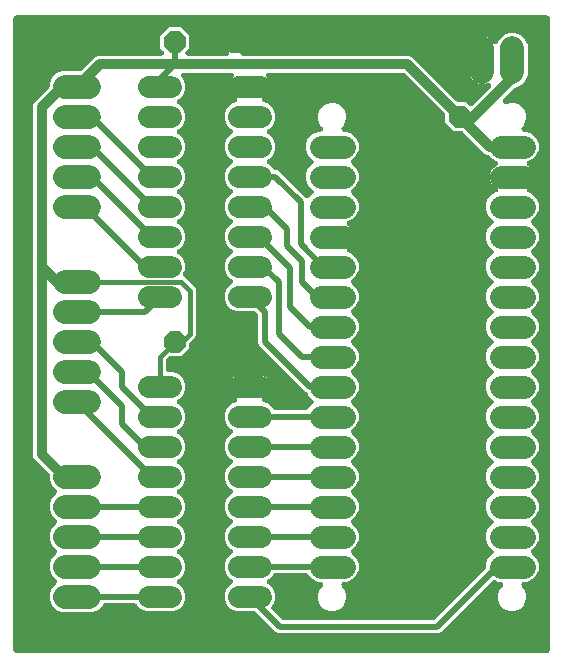
<source format=gbr>
G04 EAGLE Gerber RS-274X export*
G75*
%MOMM*%
%FSLAX34Y34*%
%LPD*%
%INBottom Copper*%
%IPPOS*%
%AMOC8*
5,1,8,0,0,1.08239X$1,22.5*%
G01*
%ADD10C,1.916000*%
%ADD11P,1.979475X8X112.500000*%
%ADD12P,1.979475X8X202.500000*%
%ADD13C,1.828800*%
%ADD14C,2.032000*%
%ADD15C,2.016000*%
%ADD16C,0.508000*%
%ADD17C,0.812800*%
%ADD18C,0.406400*%

G36*
X454697Y3052D02*
X454697Y3052D01*
X454731Y3050D01*
X454920Y3072D01*
X455111Y3089D01*
X455144Y3098D01*
X455178Y3102D01*
X455361Y3157D01*
X455545Y3207D01*
X455576Y3222D01*
X455609Y3232D01*
X455780Y3319D01*
X455952Y3401D01*
X455980Y3421D01*
X456011Y3436D01*
X456163Y3552D01*
X456318Y3663D01*
X456342Y3688D01*
X456369Y3708D01*
X456498Y3848D01*
X456632Y3985D01*
X456651Y4014D01*
X456675Y4040D01*
X456777Y4201D01*
X456884Y4358D01*
X456898Y4390D01*
X456916Y4419D01*
X456989Y4596D01*
X457066Y4770D01*
X457074Y4804D01*
X457087Y4836D01*
X457127Y5023D01*
X457173Y5208D01*
X457175Y5242D01*
X457182Y5276D01*
X457201Y5588D01*
X457201Y540412D01*
X457198Y540447D01*
X457200Y540481D01*
X457178Y540670D01*
X457161Y540861D01*
X457152Y540894D01*
X457148Y540928D01*
X457093Y541111D01*
X457043Y541295D01*
X457028Y541326D01*
X457018Y541359D01*
X456931Y541530D01*
X456849Y541702D01*
X456829Y541730D01*
X456814Y541761D01*
X456698Y541913D01*
X456587Y542068D01*
X456562Y542092D01*
X456542Y542119D01*
X456402Y542248D01*
X456265Y542382D01*
X456236Y542401D01*
X456210Y542425D01*
X456049Y542527D01*
X455892Y542634D01*
X455860Y542648D01*
X455831Y542666D01*
X455654Y542739D01*
X455480Y542816D01*
X455446Y542824D01*
X455414Y542837D01*
X455227Y542877D01*
X455042Y542923D01*
X455008Y542925D01*
X454974Y542932D01*
X454662Y542951D01*
X5588Y542951D01*
X5553Y542948D01*
X5519Y542950D01*
X5330Y542928D01*
X5139Y542911D01*
X5106Y542902D01*
X5072Y542898D01*
X4889Y542843D01*
X4705Y542793D01*
X4674Y542778D01*
X4641Y542768D01*
X4470Y542681D01*
X4298Y542599D01*
X4270Y542579D01*
X4239Y542564D01*
X4087Y542448D01*
X3932Y542337D01*
X3908Y542312D01*
X3881Y542292D01*
X3752Y542152D01*
X3618Y542015D01*
X3599Y541986D01*
X3575Y541960D01*
X3473Y541799D01*
X3366Y541642D01*
X3352Y541610D01*
X3334Y541581D01*
X3261Y541404D01*
X3184Y541230D01*
X3176Y541196D01*
X3163Y541164D01*
X3123Y540977D01*
X3077Y540792D01*
X3075Y540758D01*
X3068Y540724D01*
X3049Y540412D01*
X3049Y5588D01*
X3052Y5553D01*
X3050Y5519D01*
X3072Y5330D01*
X3089Y5139D01*
X3098Y5106D01*
X3102Y5072D01*
X3157Y4889D01*
X3207Y4705D01*
X3222Y4674D01*
X3232Y4641D01*
X3319Y4470D01*
X3401Y4298D01*
X3421Y4270D01*
X3436Y4239D01*
X3552Y4087D01*
X3663Y3932D01*
X3688Y3908D01*
X3708Y3881D01*
X3848Y3752D01*
X3985Y3618D01*
X4014Y3599D01*
X4040Y3575D01*
X4201Y3473D01*
X4358Y3366D01*
X4390Y3352D01*
X4419Y3334D01*
X4596Y3261D01*
X4770Y3184D01*
X4804Y3176D01*
X4836Y3163D01*
X5023Y3123D01*
X5208Y3077D01*
X5242Y3075D01*
X5276Y3068D01*
X5588Y3049D01*
X454662Y3049D01*
X454697Y3052D01*
G37*
%LPC*%
G36*
X44363Y37591D02*
X44363Y37591D01*
X39508Y39602D01*
X35792Y43318D01*
X33781Y48173D01*
X33781Y53427D01*
X35792Y58282D01*
X39215Y61704D01*
X39237Y61731D01*
X39263Y61754D01*
X39381Y61903D01*
X39503Y62050D01*
X39521Y62080D01*
X39542Y62107D01*
X39632Y62275D01*
X39727Y62441D01*
X39738Y62473D01*
X39755Y62504D01*
X39814Y62685D01*
X39878Y62865D01*
X39883Y62899D01*
X39894Y62932D01*
X39920Y63121D01*
X39951Y63309D01*
X39951Y63344D01*
X39955Y63378D01*
X39948Y63569D01*
X39945Y63760D01*
X39938Y63794D01*
X39937Y63828D01*
X39896Y64014D01*
X39859Y64202D01*
X39847Y64234D01*
X39839Y64268D01*
X39766Y64443D01*
X39697Y64622D01*
X39679Y64651D01*
X39666Y64683D01*
X39563Y64843D01*
X39463Y65006D01*
X39440Y65032D01*
X39421Y65061D01*
X39215Y65296D01*
X35792Y68718D01*
X33781Y73573D01*
X33781Y78827D01*
X35792Y83682D01*
X39215Y87104D01*
X39237Y87131D01*
X39263Y87154D01*
X39381Y87303D01*
X39503Y87450D01*
X39521Y87480D01*
X39542Y87507D01*
X39632Y87675D01*
X39727Y87841D01*
X39738Y87873D01*
X39755Y87904D01*
X39814Y88085D01*
X39878Y88265D01*
X39883Y88299D01*
X39894Y88332D01*
X39920Y88521D01*
X39951Y88709D01*
X39951Y88744D01*
X39955Y88778D01*
X39948Y88969D01*
X39945Y89160D01*
X39938Y89194D01*
X39937Y89228D01*
X39896Y89414D01*
X39859Y89602D01*
X39847Y89634D01*
X39839Y89668D01*
X39766Y89843D01*
X39697Y90022D01*
X39679Y90051D01*
X39666Y90083D01*
X39563Y90243D01*
X39463Y90406D01*
X39440Y90432D01*
X39421Y90461D01*
X39215Y90696D01*
X35792Y94118D01*
X33781Y98973D01*
X33781Y104227D01*
X35792Y109082D01*
X39215Y112504D01*
X39237Y112531D01*
X39263Y112554D01*
X39381Y112703D01*
X39503Y112850D01*
X39521Y112880D01*
X39542Y112907D01*
X39632Y113075D01*
X39727Y113241D01*
X39738Y113273D01*
X39755Y113304D01*
X39814Y113485D01*
X39878Y113665D01*
X39883Y113699D01*
X39894Y113732D01*
X39920Y113921D01*
X39951Y114109D01*
X39951Y114144D01*
X39955Y114178D01*
X39948Y114369D01*
X39945Y114559D01*
X39938Y114594D01*
X39937Y114628D01*
X39896Y114814D01*
X39859Y115002D01*
X39847Y115034D01*
X39839Y115068D01*
X39766Y115244D01*
X39697Y115422D01*
X39679Y115451D01*
X39666Y115483D01*
X39562Y115644D01*
X39463Y115806D01*
X39440Y115832D01*
X39421Y115861D01*
X39215Y116096D01*
X35792Y119518D01*
X33781Y124373D01*
X33781Y129627D01*
X35792Y134482D01*
X39215Y137904D01*
X39237Y137931D01*
X39263Y137954D01*
X39381Y138103D01*
X39503Y138250D01*
X39521Y138280D01*
X39542Y138307D01*
X39632Y138475D01*
X39727Y138641D01*
X39738Y138673D01*
X39755Y138704D01*
X39814Y138885D01*
X39878Y139065D01*
X39883Y139099D01*
X39894Y139132D01*
X39920Y139321D01*
X39951Y139509D01*
X39951Y139544D01*
X39955Y139578D01*
X39948Y139769D01*
X39945Y139959D01*
X39938Y139994D01*
X39937Y140028D01*
X39896Y140214D01*
X39859Y140402D01*
X39847Y140434D01*
X39839Y140468D01*
X39766Y140644D01*
X39697Y140822D01*
X39679Y140851D01*
X39666Y140883D01*
X39562Y141044D01*
X39463Y141206D01*
X39440Y141232D01*
X39421Y141261D01*
X39215Y141496D01*
X35792Y144918D01*
X33781Y149773D01*
X33781Y153482D01*
X33767Y153646D01*
X33760Y153810D01*
X33747Y153870D01*
X33741Y153931D01*
X33698Y154089D01*
X33662Y154250D01*
X33639Y154306D01*
X33623Y154365D01*
X33552Y154513D01*
X33489Y154665D01*
X33456Y154717D01*
X33429Y154772D01*
X33334Y154905D01*
X33244Y155043D01*
X33193Y155101D01*
X33167Y155138D01*
X33124Y155180D01*
X33038Y155278D01*
X20894Y167421D01*
X19811Y170035D01*
X19811Y466489D01*
X20894Y469103D01*
X33038Y481246D01*
X33133Y481361D01*
X33137Y481364D01*
X33139Y481367D01*
X33143Y481373D01*
X33255Y481494D01*
X33287Y481545D01*
X33326Y481592D01*
X33408Y481735D01*
X33496Y481873D01*
X33520Y481930D01*
X33550Y481983D01*
X33605Y482138D01*
X33667Y482290D01*
X33680Y482350D01*
X33701Y482407D01*
X33727Y482569D01*
X33762Y482730D01*
X33767Y482807D01*
X33774Y482851D01*
X33773Y482912D01*
X33781Y483042D01*
X33781Y485227D01*
X35792Y490082D01*
X39508Y493798D01*
X44363Y495809D01*
X59248Y495809D01*
X59412Y495823D01*
X59576Y495830D01*
X59636Y495843D01*
X59697Y495849D01*
X59855Y495892D01*
X60016Y495928D01*
X60072Y495951D01*
X60131Y495967D01*
X60279Y496038D01*
X60431Y496101D01*
X60483Y496134D01*
X60538Y496161D01*
X60671Y496256D01*
X60809Y496346D01*
X60867Y496397D01*
X60904Y496423D01*
X60946Y496466D01*
X61044Y496552D01*
X72171Y507680D01*
X74785Y508763D01*
X128264Y508763D01*
X128394Y508774D01*
X128523Y508776D01*
X128617Y508794D01*
X128712Y508803D01*
X128838Y508837D01*
X128965Y508862D01*
X129055Y508896D01*
X129147Y508921D01*
X129264Y508977D01*
X129385Y509024D01*
X129467Y509074D01*
X129553Y509115D01*
X129659Y509190D01*
X129770Y509258D01*
X129842Y509321D01*
X129919Y509377D01*
X130010Y509470D01*
X130108Y509556D01*
X130167Y509631D01*
X130234Y509699D01*
X130306Y509807D01*
X130387Y509909D01*
X130432Y509993D01*
X130486Y510072D01*
X130538Y510191D01*
X130600Y510306D01*
X130629Y510397D01*
X130668Y510484D01*
X130699Y510611D01*
X130739Y510734D01*
X130752Y510829D01*
X130774Y510922D01*
X130782Y511051D01*
X130800Y511180D01*
X130796Y511276D01*
X130802Y511371D01*
X130787Y511500D01*
X130782Y511630D01*
X130761Y511723D01*
X130750Y511818D01*
X130712Y511943D01*
X130684Y512070D01*
X130648Y512158D01*
X130620Y512249D01*
X130561Y512365D01*
X130511Y512485D01*
X130459Y512565D01*
X130415Y512651D01*
X130337Y512754D01*
X130266Y512863D01*
X130180Y512961D01*
X130143Y513009D01*
X130110Y513040D01*
X130059Y513098D01*
X127507Y515650D01*
X127507Y525750D01*
X134650Y532893D01*
X144750Y532893D01*
X151893Y525750D01*
X151893Y515650D01*
X149341Y513098D01*
X149257Y512998D01*
X149166Y512905D01*
X149113Y512825D01*
X149052Y512752D01*
X148987Y512639D01*
X148914Y512532D01*
X148876Y512444D01*
X148828Y512361D01*
X148785Y512239D01*
X148732Y512120D01*
X148710Y512027D01*
X148678Y511937D01*
X148656Y511809D01*
X148626Y511682D01*
X148620Y511587D01*
X148604Y511493D01*
X148606Y511363D01*
X148598Y511233D01*
X148609Y511138D01*
X148610Y511042D01*
X148635Y510915D01*
X148650Y510786D01*
X148678Y510694D01*
X148696Y510600D01*
X148742Y510479D01*
X148780Y510355D01*
X148824Y510269D01*
X148858Y510180D01*
X148926Y510069D01*
X148985Y509953D01*
X149042Y509877D01*
X149092Y509796D01*
X149178Y509698D01*
X149257Y509595D01*
X149327Y509530D01*
X149390Y509458D01*
X149492Y509378D01*
X149588Y509289D01*
X149668Y509238D01*
X149743Y509179D01*
X149858Y509118D01*
X149967Y509048D01*
X150056Y509011D01*
X150140Y508966D01*
X150264Y508926D01*
X150384Y508877D01*
X150477Y508857D01*
X150568Y508827D01*
X150697Y508809D01*
X150824Y508782D01*
X150954Y508774D01*
X151014Y508766D01*
X151059Y508767D01*
X151136Y508763D01*
X183374Y508763D01*
X183504Y508774D01*
X183634Y508776D01*
X183728Y508794D01*
X183823Y508803D01*
X183948Y508837D01*
X184076Y508862D01*
X184165Y508896D01*
X184257Y508921D01*
X184374Y508977D01*
X184496Y509024D01*
X184578Y509074D01*
X184664Y509115D01*
X184769Y509190D01*
X184881Y509258D01*
X184952Y509321D01*
X185030Y509377D01*
X185121Y509470D01*
X185218Y509556D01*
X185277Y509631D01*
X185344Y509699D01*
X185417Y509807D01*
X185497Y509909D01*
X185543Y509993D01*
X185596Y510072D01*
X185649Y510191D01*
X185710Y510306D01*
X185740Y510397D01*
X185778Y510484D01*
X185809Y510611D01*
X185849Y510734D01*
X185862Y510829D01*
X185885Y510922D01*
X185893Y511051D01*
X185911Y511180D01*
X185907Y511276D01*
X185913Y511371D01*
X185898Y511500D01*
X185892Y511630D01*
X185872Y511723D01*
X185861Y511818D01*
X185823Y511943D01*
X185795Y512070D01*
X185758Y512158D01*
X185730Y512249D01*
X185671Y512365D01*
X185621Y512485D01*
X185569Y512565D01*
X185526Y512651D01*
X185447Y512754D01*
X185377Y512863D01*
X185291Y512961D01*
X185254Y513009D01*
X185221Y513040D01*
X185170Y513098D01*
X181355Y516912D01*
X181355Y518161D01*
X190500Y518161D01*
X199645Y518161D01*
X199645Y516912D01*
X195830Y513098D01*
X195747Y512998D01*
X195656Y512905D01*
X195602Y512825D01*
X195541Y512752D01*
X195477Y512639D01*
X195404Y512532D01*
X195365Y512444D01*
X195318Y512361D01*
X195274Y512239D01*
X195222Y512120D01*
X195199Y512027D01*
X195167Y511937D01*
X195146Y511809D01*
X195115Y511682D01*
X195109Y511587D01*
X195094Y511493D01*
X195095Y511363D01*
X195087Y511233D01*
X195098Y511138D01*
X195100Y511042D01*
X195124Y510915D01*
X195139Y510786D01*
X195167Y510694D01*
X195185Y510600D01*
X195232Y510479D01*
X195270Y510355D01*
X195313Y510270D01*
X195347Y510180D01*
X195415Y510069D01*
X195474Y509953D01*
X195532Y509877D01*
X195581Y509796D01*
X195668Y509698D01*
X195746Y509595D01*
X195816Y509530D01*
X195880Y509458D01*
X195982Y509378D01*
X196077Y509289D01*
X196158Y509238D01*
X196233Y509179D01*
X196347Y509118D01*
X196457Y509048D01*
X196545Y509011D01*
X196630Y508966D01*
X196753Y508926D01*
X196874Y508877D01*
X196967Y508857D01*
X197058Y508827D01*
X197186Y508809D01*
X197314Y508782D01*
X197443Y508774D01*
X197504Y508766D01*
X197549Y508767D01*
X197626Y508763D01*
X337965Y508763D01*
X340579Y507680D01*
X378122Y470136D01*
X378249Y470031D01*
X378370Y469919D01*
X378421Y469887D01*
X378468Y469848D01*
X378611Y469766D01*
X378749Y469678D01*
X378806Y469654D01*
X378859Y469624D01*
X379014Y469569D01*
X379166Y469507D01*
X379226Y469494D01*
X379283Y469473D01*
X379445Y469447D01*
X379606Y469412D01*
X379683Y469407D01*
X379727Y469400D01*
X379788Y469401D01*
X379918Y469393D01*
X386050Y469393D01*
X388677Y466766D01*
X388704Y466743D01*
X388727Y466717D01*
X388876Y466600D01*
X389023Y466477D01*
X389053Y466459D01*
X389080Y466438D01*
X389248Y466348D01*
X389414Y466253D01*
X389446Y466242D01*
X389477Y466225D01*
X389658Y466166D01*
X389838Y466103D01*
X389872Y466097D01*
X389905Y466086D01*
X390094Y466060D01*
X390282Y466029D01*
X390317Y466030D01*
X390351Y466025D01*
X390542Y466033D01*
X390733Y466035D01*
X390767Y466042D01*
X390801Y466043D01*
X390987Y466084D01*
X391175Y466121D01*
X391207Y466133D01*
X391241Y466141D01*
X391417Y466214D01*
X391595Y466283D01*
X391624Y466301D01*
X391656Y466314D01*
X391816Y466418D01*
X391979Y466517D01*
X392005Y466540D01*
X392034Y466559D01*
X392269Y466766D01*
X406827Y481324D01*
X406860Y481364D01*
X406899Y481399D01*
X407004Y481536D01*
X407116Y481669D01*
X407142Y481714D01*
X407173Y481756D01*
X407253Y481910D01*
X407339Y482060D01*
X407356Y482109D01*
X407380Y482156D01*
X407432Y482321D01*
X407490Y482484D01*
X407498Y482536D01*
X407514Y482586D01*
X407535Y482758D01*
X407563Y482929D01*
X407563Y482981D01*
X407569Y483033D01*
X407560Y483205D01*
X407557Y483379D01*
X407547Y483430D01*
X407544Y483482D01*
X407505Y483651D01*
X407472Y483821D01*
X407453Y483870D01*
X407441Y483920D01*
X407372Y484079D01*
X407309Y484241D01*
X407282Y484286D01*
X407261Y484333D01*
X407165Y484478D01*
X407075Y484626D01*
X407041Y484665D01*
X407012Y484708D01*
X406892Y484834D01*
X406777Y484963D01*
X406736Y484995D01*
X406700Y485033D01*
X406560Y485135D01*
X406424Y485242D01*
X406378Y485267D01*
X406336Y485298D01*
X406180Y485373D01*
X406027Y485455D01*
X405978Y485471D01*
X405931Y485494D01*
X405763Y485541D01*
X405599Y485594D01*
X405547Y485601D01*
X405497Y485615D01*
X405325Y485632D01*
X405153Y485656D01*
X405101Y485654D01*
X405049Y485659D01*
X404876Y485644D01*
X404703Y485637D01*
X404652Y485626D01*
X404600Y485622D01*
X404432Y485577D01*
X404263Y485540D01*
X404215Y485520D01*
X404165Y485506D01*
X403948Y485412D01*
X402589Y484971D01*
X402589Y504825D01*
X402589Y524679D01*
X403920Y524247D01*
X405333Y523527D01*
X406617Y522594D01*
X407739Y521472D01*
X408672Y520188D01*
X408795Y519947D01*
X408811Y519922D01*
X408823Y519894D01*
X408930Y519731D01*
X409034Y519566D01*
X409054Y519543D01*
X409071Y519518D01*
X409205Y519377D01*
X409337Y519233D01*
X409361Y519214D01*
X409382Y519192D01*
X409538Y519077D01*
X409693Y518958D01*
X409720Y518944D01*
X409745Y518926D01*
X409920Y518841D01*
X410093Y518751D01*
X410122Y518742D01*
X410150Y518729D01*
X410337Y518675D01*
X410523Y518618D01*
X410553Y518614D01*
X410583Y518606D01*
X410777Y518586D01*
X410970Y518562D01*
X411000Y518564D01*
X411031Y518561D01*
X411225Y518576D01*
X411420Y518587D01*
X411449Y518594D01*
X411480Y518596D01*
X411668Y518645D01*
X411858Y518690D01*
X411886Y518702D01*
X411915Y518710D01*
X412092Y518792D01*
X412271Y518870D01*
X412296Y518887D01*
X412324Y518899D01*
X412484Y519011D01*
X412646Y519119D01*
X412668Y519140D01*
X412693Y519158D01*
X412830Y519296D01*
X412971Y519431D01*
X412989Y519455D01*
X413010Y519477D01*
X413121Y519637D01*
X413235Y519795D01*
X413249Y519822D01*
X413266Y519848D01*
X413403Y520128D01*
X414320Y522342D01*
X418013Y526035D01*
X422839Y528034D01*
X428061Y528034D01*
X432887Y526035D01*
X436580Y522342D01*
X438579Y517516D01*
X438579Y492134D01*
X436580Y487308D01*
X432887Y483615D01*
X428016Y481597D01*
X427961Y481595D01*
X427901Y481582D01*
X427840Y481576D01*
X427681Y481533D01*
X427521Y481497D01*
X427465Y481474D01*
X427406Y481458D01*
X427258Y481387D01*
X427106Y481324D01*
X427054Y481291D01*
X426999Y481264D01*
X426866Y481169D01*
X426727Y481079D01*
X426670Y481028D01*
X426633Y481002D01*
X426591Y480959D01*
X426493Y480873D01*
X417906Y472285D01*
X417792Y472149D01*
X417673Y472017D01*
X417648Y471977D01*
X417617Y471940D01*
X417529Y471786D01*
X417435Y471635D01*
X417417Y471591D01*
X417394Y471549D01*
X417334Y471382D01*
X417269Y471217D01*
X417259Y471170D01*
X417243Y471125D01*
X417214Y470950D01*
X417178Y470775D01*
X417177Y470728D01*
X417169Y470680D01*
X417172Y470503D01*
X417168Y470325D01*
X417175Y470278D01*
X417176Y470230D01*
X417209Y470056D01*
X417236Y469880D01*
X417252Y469835D01*
X417261Y469788D01*
X417325Y469622D01*
X417383Y469455D01*
X417406Y469413D01*
X417423Y469368D01*
X417516Y469216D01*
X417602Y469061D01*
X417632Y469024D01*
X417657Y468983D01*
X417775Y468850D01*
X417887Y468713D01*
X417924Y468682D01*
X417955Y468646D01*
X418095Y468536D01*
X418230Y468421D01*
X418271Y468396D01*
X418309Y468367D01*
X418465Y468283D01*
X418618Y468193D01*
X418663Y468177D01*
X418705Y468154D01*
X418874Y468099D01*
X419041Y468038D01*
X419088Y468030D01*
X419134Y468015D01*
X419309Y467991D01*
X419485Y467960D01*
X419532Y467960D01*
X419580Y467953D01*
X419758Y467961D01*
X419935Y467961D01*
X419982Y467970D01*
X420030Y467972D01*
X420203Y468010D01*
X420378Y468042D01*
X420434Y468062D01*
X420469Y468069D01*
X420527Y468094D01*
X420673Y468144D01*
X423075Y469139D01*
X427825Y469139D01*
X432213Y467321D01*
X435571Y463963D01*
X437389Y459575D01*
X437389Y454825D01*
X435571Y450437D01*
X433897Y448764D01*
X433814Y448664D01*
X433723Y448571D01*
X433670Y448491D01*
X433609Y448418D01*
X433544Y448305D01*
X433471Y448198D01*
X433433Y448110D01*
X433385Y448027D01*
X433342Y447905D01*
X433289Y447786D01*
X433266Y447693D01*
X433234Y447603D01*
X433213Y447475D01*
X433182Y447348D01*
X433176Y447253D01*
X433161Y447159D01*
X433163Y447029D01*
X433155Y446899D01*
X433166Y446804D01*
X433167Y446708D01*
X433192Y446581D01*
X433207Y446452D01*
X433234Y446360D01*
X433253Y446266D01*
X433299Y446145D01*
X433337Y446021D01*
X433380Y445935D01*
X433415Y445846D01*
X433482Y445735D01*
X433541Y445619D01*
X433599Y445543D01*
X433649Y445462D01*
X433735Y445364D01*
X433813Y445261D01*
X433884Y445196D01*
X433947Y445124D01*
X434049Y445044D01*
X434145Y444955D01*
X434225Y444904D01*
X434300Y444845D01*
X434415Y444783D01*
X434524Y444714D01*
X434613Y444677D01*
X434697Y444632D01*
X434821Y444592D01*
X434941Y444543D01*
X435034Y444523D01*
X435125Y444493D01*
X435254Y444475D01*
X435381Y444448D01*
X435511Y444440D01*
X435571Y444432D01*
X435616Y444433D01*
X435693Y444429D01*
X437542Y444429D01*
X442184Y442506D01*
X445736Y438954D01*
X447659Y434312D01*
X447659Y429288D01*
X445736Y424646D01*
X442184Y421094D01*
X439060Y419800D01*
X439033Y419786D01*
X439004Y419776D01*
X438833Y419682D01*
X438661Y419592D01*
X438637Y419573D01*
X438610Y419558D01*
X438459Y419435D01*
X438305Y419316D01*
X438285Y419293D01*
X438261Y419274D01*
X438134Y419126D01*
X438003Y418982D01*
X437987Y418956D01*
X437967Y418933D01*
X437868Y418764D01*
X437765Y418599D01*
X437754Y418571D01*
X437739Y418545D01*
X437671Y418362D01*
X437599Y418181D01*
X437593Y418151D01*
X437582Y418123D01*
X437548Y417931D01*
X437509Y417740D01*
X437508Y417709D01*
X437502Y417680D01*
X437502Y417485D01*
X437498Y417290D01*
X437502Y417260D01*
X437502Y417229D01*
X437537Y417038D01*
X437567Y416845D01*
X437577Y416816D01*
X437582Y416786D01*
X437650Y416603D01*
X437713Y416419D01*
X437728Y416392D01*
X437738Y416364D01*
X437837Y416196D01*
X437932Y416026D01*
X437952Y416002D01*
X437967Y415976D01*
X438094Y415828D01*
X438218Y415677D01*
X438241Y415657D01*
X438261Y415635D01*
X438412Y415512D01*
X438560Y415385D01*
X438586Y415370D01*
X438610Y415350D01*
X438879Y415192D01*
X440051Y414594D01*
X441271Y413708D01*
X442338Y412641D01*
X443224Y411421D01*
X443909Y410078D01*
X444279Y408939D01*
X425450Y408939D01*
X406621Y408939D01*
X406991Y410078D01*
X407676Y411421D01*
X408562Y412641D01*
X409629Y413708D01*
X410849Y414594D01*
X412021Y415192D01*
X412047Y415208D01*
X412075Y415220D01*
X412237Y415327D01*
X412403Y415431D01*
X412425Y415451D01*
X412450Y415468D01*
X412592Y415603D01*
X412736Y415734D01*
X412754Y415758D01*
X412776Y415779D01*
X412892Y415936D01*
X413010Y416090D01*
X413024Y416117D01*
X413042Y416142D01*
X413128Y416317D01*
X413218Y416490D01*
X413227Y416519D01*
X413240Y416547D01*
X413293Y416734D01*
X413351Y416920D01*
X413355Y416950D01*
X413363Y416980D01*
X413382Y417174D01*
X413406Y417367D01*
X413404Y417397D01*
X413407Y417428D01*
X413392Y417622D01*
X413382Y417817D01*
X413375Y417846D01*
X413372Y417877D01*
X413323Y418065D01*
X413278Y418255D01*
X413266Y418283D01*
X413258Y418312D01*
X413176Y418489D01*
X413099Y418668D01*
X413082Y418693D01*
X413069Y418721D01*
X412957Y418881D01*
X412849Y419043D01*
X412828Y419065D01*
X412811Y419090D01*
X412673Y419227D01*
X412537Y419368D01*
X412513Y419386D01*
X412491Y419407D01*
X412331Y419518D01*
X412173Y419632D01*
X412146Y419646D01*
X412121Y419663D01*
X411840Y419800D01*
X408716Y421094D01*
X405578Y424233D01*
X405488Y424308D01*
X405405Y424390D01*
X405316Y424452D01*
X405232Y424522D01*
X405131Y424580D01*
X405035Y424646D01*
X404896Y424714D01*
X404841Y424745D01*
X404807Y424757D01*
X404754Y424783D01*
X402371Y425770D01*
X383878Y444264D01*
X383751Y444369D01*
X383630Y444481D01*
X383579Y444513D01*
X383532Y444552D01*
X383389Y444634D01*
X383251Y444722D01*
X383194Y444746D01*
X383141Y444776D01*
X382986Y444831D01*
X382834Y444893D01*
X382774Y444906D01*
X382717Y444927D01*
X382555Y444953D01*
X382394Y444988D01*
X382317Y444993D01*
X382273Y445000D01*
X382212Y444999D01*
X382082Y445007D01*
X375950Y445007D01*
X368807Y452150D01*
X368807Y458282D01*
X368793Y458446D01*
X368786Y458610D01*
X368773Y458670D01*
X368767Y458731D01*
X368724Y458889D01*
X368688Y459050D01*
X368665Y459106D01*
X368649Y459165D01*
X368578Y459313D01*
X368515Y459465D01*
X368482Y459517D01*
X368455Y459572D01*
X368360Y459705D01*
X368270Y459843D01*
X368219Y459901D01*
X368193Y459938D01*
X368150Y459980D01*
X368064Y460078D01*
X334348Y493794D01*
X334221Y493899D01*
X334100Y494011D01*
X334049Y494043D01*
X334002Y494082D01*
X333859Y494164D01*
X333721Y494252D01*
X333664Y494276D01*
X333611Y494306D01*
X333456Y494361D01*
X333304Y494423D01*
X333244Y494436D01*
X333187Y494457D01*
X333025Y494483D01*
X332864Y494518D01*
X332787Y494523D01*
X332743Y494530D01*
X332682Y494529D01*
X332552Y494537D01*
X219287Y494537D01*
X219183Y494528D01*
X219079Y494529D01*
X218959Y494508D01*
X218838Y494497D01*
X218738Y494470D01*
X218635Y494452D01*
X218521Y494411D01*
X218404Y494379D01*
X218310Y494334D01*
X218212Y494299D01*
X218107Y494238D01*
X217997Y494185D01*
X217913Y494125D01*
X217823Y494073D01*
X217730Y493994D01*
X217631Y493923D01*
X217558Y493849D01*
X217479Y493781D01*
X217402Y493688D01*
X217317Y493601D01*
X217259Y493514D01*
X217193Y493434D01*
X217133Y493328D01*
X217065Y493228D01*
X217023Y493132D01*
X216972Y493042D01*
X216932Y492927D01*
X216883Y492816D01*
X216858Y492715D01*
X216824Y492616D01*
X216805Y492496D01*
X216776Y492378D01*
X216770Y492275D01*
X216753Y492172D01*
X216756Y492050D01*
X216748Y491929D01*
X216760Y491826D01*
X216763Y491721D01*
X216786Y491602D01*
X216800Y491482D01*
X216831Y491382D01*
X216851Y491280D01*
X216896Y491167D01*
X216931Y491051D01*
X216978Y490958D01*
X217016Y490861D01*
X217080Y490758D01*
X217135Y490649D01*
X217198Y490567D01*
X217253Y490478D01*
X217334Y490387D01*
X217407Y490291D01*
X217484Y490220D01*
X217553Y490143D01*
X217693Y490027D01*
X217738Y489986D01*
X217761Y489971D01*
X217794Y489944D01*
X218301Y489575D01*
X219319Y488557D01*
X220165Y487393D01*
X220819Y486110D01*
X221134Y485139D01*
X203200Y485139D01*
X185266Y485139D01*
X185581Y486110D01*
X186235Y487393D01*
X187081Y488557D01*
X188099Y489575D01*
X188606Y489944D01*
X188684Y490012D01*
X188769Y490073D01*
X188854Y490160D01*
X188945Y490240D01*
X189010Y490321D01*
X189083Y490395D01*
X189151Y490496D01*
X189227Y490591D01*
X189277Y490682D01*
X189335Y490768D01*
X189384Y490880D01*
X189442Y490986D01*
X189475Y491085D01*
X189517Y491180D01*
X189546Y491298D01*
X189584Y491414D01*
X189599Y491517D01*
X189624Y491618D01*
X189631Y491739D01*
X189649Y491859D01*
X189645Y491963D01*
X189652Y492067D01*
X189638Y492188D01*
X189633Y492309D01*
X189612Y492411D01*
X189600Y492514D01*
X189564Y492631D01*
X189539Y492749D01*
X189499Y492845D01*
X189469Y492945D01*
X189414Y493054D01*
X189368Y493166D01*
X189312Y493254D01*
X189265Y493347D01*
X189191Y493443D01*
X189126Y493546D01*
X189056Y493622D01*
X188993Y493705D01*
X188904Y493788D01*
X188821Y493877D01*
X188738Y493940D01*
X188662Y494011D01*
X188559Y494076D01*
X188462Y494149D01*
X188370Y494196D01*
X188282Y494252D01*
X188169Y494299D01*
X188061Y494354D01*
X187962Y494384D01*
X187865Y494423D01*
X187746Y494449D01*
X187630Y494484D01*
X187527Y494496D01*
X187425Y494518D01*
X187244Y494529D01*
X187183Y494536D01*
X187156Y494535D01*
X187113Y494537D01*
X147580Y494537D01*
X147450Y494526D01*
X147321Y494524D01*
X147227Y494506D01*
X147132Y494497D01*
X147006Y494463D01*
X146879Y494438D01*
X146789Y494404D01*
X146697Y494379D01*
X146580Y494323D01*
X146459Y494276D01*
X146377Y494226D01*
X146291Y494185D01*
X146185Y494110D01*
X146074Y494042D01*
X146002Y493979D01*
X145925Y493923D01*
X145834Y493830D01*
X145736Y493744D01*
X145677Y493669D01*
X145611Y493601D01*
X145538Y493493D01*
X145457Y493391D01*
X145412Y493307D01*
X145358Y493228D01*
X145306Y493109D01*
X145244Y492994D01*
X145215Y492903D01*
X145176Y492816D01*
X145145Y492689D01*
X145105Y492566D01*
X145092Y492471D01*
X145070Y492378D01*
X145062Y492249D01*
X145044Y492120D01*
X145048Y492024D01*
X145042Y491929D01*
X145057Y491800D01*
X145062Y491670D01*
X145083Y491577D01*
X145094Y491482D01*
X145132Y491357D01*
X145160Y491230D01*
X145197Y491142D01*
X145224Y491051D01*
X145283Y490935D01*
X145333Y490815D01*
X145385Y490735D01*
X145429Y490649D01*
X145507Y490546D01*
X145578Y490437D01*
X145664Y490339D01*
X145701Y490291D01*
X145733Y490260D01*
X145785Y490202D01*
X146481Y489507D01*
X148337Y485025D01*
X148337Y480175D01*
X146481Y475693D01*
X143051Y472264D01*
X143008Y472246D01*
X142893Y472186D01*
X142774Y472134D01*
X142694Y472082D01*
X142609Y472038D01*
X142507Y471958D01*
X142398Y471886D01*
X142329Y471820D01*
X142253Y471762D01*
X142166Y471665D01*
X142072Y471576D01*
X142016Y471498D01*
X141952Y471428D01*
X141883Y471317D01*
X141806Y471212D01*
X141764Y471126D01*
X141714Y471045D01*
X141666Y470924D01*
X141609Y470808D01*
X141582Y470716D01*
X141547Y470627D01*
X141521Y470499D01*
X141485Y470374D01*
X141476Y470279D01*
X141457Y470186D01*
X141454Y470056D01*
X141441Y469926D01*
X141448Y469831D01*
X141446Y469736D01*
X141466Y469607D01*
X141476Y469478D01*
X141500Y469385D01*
X141515Y469291D01*
X141557Y469168D01*
X141590Y469042D01*
X141630Y468955D01*
X141661Y468865D01*
X141725Y468752D01*
X141779Y468633D01*
X141834Y468555D01*
X141881Y468472D01*
X141963Y468371D01*
X142038Y468265D01*
X142105Y468197D01*
X142166Y468123D01*
X142265Y468039D01*
X142357Y467947D01*
X142435Y467893D01*
X142508Y467831D01*
X142621Y467765D01*
X142727Y467691D01*
X142844Y467634D01*
X142897Y467603D01*
X142939Y467588D01*
X143008Y467554D01*
X143051Y467537D01*
X146481Y464107D01*
X148337Y459625D01*
X148337Y454775D01*
X146481Y450293D01*
X143051Y446864D01*
X143008Y446846D01*
X142893Y446786D01*
X142774Y446734D01*
X142694Y446682D01*
X142609Y446638D01*
X142507Y446558D01*
X142398Y446486D01*
X142329Y446420D01*
X142253Y446362D01*
X142166Y446265D01*
X142072Y446176D01*
X142016Y446098D01*
X141952Y446028D01*
X141883Y445917D01*
X141806Y445812D01*
X141764Y445726D01*
X141714Y445645D01*
X141666Y445524D01*
X141609Y445408D01*
X141582Y445316D01*
X141547Y445227D01*
X141521Y445099D01*
X141485Y444974D01*
X141476Y444879D01*
X141457Y444786D01*
X141454Y444656D01*
X141441Y444526D01*
X141448Y444431D01*
X141446Y444336D01*
X141466Y444207D01*
X141476Y444078D01*
X141500Y443985D01*
X141515Y443891D01*
X141557Y443768D01*
X141590Y443642D01*
X141630Y443555D01*
X141661Y443465D01*
X141725Y443352D01*
X141779Y443233D01*
X141834Y443155D01*
X141881Y443072D01*
X141963Y442971D01*
X142038Y442865D01*
X142105Y442797D01*
X142166Y442723D01*
X142265Y442639D01*
X142357Y442547D01*
X142435Y442493D01*
X142508Y442431D01*
X142621Y442365D01*
X142727Y442291D01*
X142844Y442234D01*
X142897Y442203D01*
X142939Y442188D01*
X143008Y442154D01*
X143051Y442137D01*
X146481Y438707D01*
X148337Y434225D01*
X148337Y429375D01*
X146481Y424893D01*
X143051Y421464D01*
X143008Y421446D01*
X142893Y421386D01*
X142774Y421334D01*
X142694Y421282D01*
X142609Y421238D01*
X142507Y421158D01*
X142398Y421086D01*
X142329Y421020D01*
X142253Y420962D01*
X142166Y420865D01*
X142072Y420776D01*
X142016Y420698D01*
X141952Y420628D01*
X141883Y420517D01*
X141806Y420412D01*
X141764Y420326D01*
X141714Y420245D01*
X141666Y420124D01*
X141609Y420008D01*
X141582Y419916D01*
X141547Y419827D01*
X141521Y419699D01*
X141485Y419574D01*
X141476Y419479D01*
X141457Y419386D01*
X141454Y419256D01*
X141441Y419126D01*
X141448Y419031D01*
X141446Y418936D01*
X141466Y418807D01*
X141476Y418678D01*
X141500Y418585D01*
X141515Y418491D01*
X141557Y418368D01*
X141590Y418242D01*
X141630Y418155D01*
X141661Y418065D01*
X141725Y417952D01*
X141779Y417833D01*
X141834Y417755D01*
X141881Y417672D01*
X141963Y417571D01*
X142038Y417465D01*
X142105Y417397D01*
X142166Y417323D01*
X142265Y417239D01*
X142357Y417147D01*
X142435Y417093D01*
X142508Y417031D01*
X142621Y416965D01*
X142727Y416891D01*
X142844Y416834D01*
X142897Y416803D01*
X142939Y416788D01*
X143008Y416754D01*
X143051Y416737D01*
X146481Y413307D01*
X148337Y408825D01*
X148337Y403975D01*
X146481Y399493D01*
X143051Y396064D01*
X143008Y396046D01*
X142893Y395986D01*
X142774Y395934D01*
X142694Y395882D01*
X142609Y395838D01*
X142507Y395758D01*
X142398Y395686D01*
X142329Y395620D01*
X142253Y395562D01*
X142166Y395465D01*
X142072Y395376D01*
X142016Y395298D01*
X141952Y395228D01*
X141883Y395117D01*
X141806Y395012D01*
X141764Y394926D01*
X141714Y394845D01*
X141666Y394724D01*
X141609Y394608D01*
X141582Y394516D01*
X141547Y394427D01*
X141521Y394299D01*
X141485Y394174D01*
X141476Y394079D01*
X141457Y393986D01*
X141454Y393856D01*
X141441Y393726D01*
X141448Y393631D01*
X141446Y393536D01*
X141466Y393407D01*
X141476Y393278D01*
X141500Y393185D01*
X141515Y393091D01*
X141557Y392968D01*
X141590Y392842D01*
X141630Y392755D01*
X141661Y392665D01*
X141725Y392552D01*
X141779Y392433D01*
X141834Y392355D01*
X141881Y392272D01*
X141963Y392171D01*
X142038Y392065D01*
X142105Y391997D01*
X142166Y391923D01*
X142265Y391839D01*
X142357Y391747D01*
X142435Y391693D01*
X142508Y391631D01*
X142621Y391565D01*
X142727Y391491D01*
X142844Y391434D01*
X142897Y391403D01*
X142939Y391388D01*
X143008Y391354D01*
X143051Y391337D01*
X146481Y387907D01*
X148337Y383425D01*
X148337Y378575D01*
X146481Y374093D01*
X143051Y370664D01*
X143008Y370646D01*
X142893Y370586D01*
X142774Y370534D01*
X142694Y370482D01*
X142609Y370438D01*
X142507Y370358D01*
X142398Y370286D01*
X142329Y370220D01*
X142253Y370162D01*
X142166Y370065D01*
X142072Y369976D01*
X142016Y369898D01*
X141952Y369828D01*
X141883Y369717D01*
X141806Y369612D01*
X141764Y369526D01*
X141714Y369445D01*
X141666Y369324D01*
X141609Y369208D01*
X141582Y369116D01*
X141547Y369027D01*
X141521Y368899D01*
X141485Y368774D01*
X141476Y368679D01*
X141457Y368586D01*
X141454Y368456D01*
X141441Y368326D01*
X141448Y368231D01*
X141446Y368136D01*
X141466Y368007D01*
X141476Y367878D01*
X141500Y367785D01*
X141515Y367691D01*
X141557Y367568D01*
X141590Y367442D01*
X141630Y367355D01*
X141661Y367265D01*
X141725Y367152D01*
X141779Y367033D01*
X141834Y366955D01*
X141881Y366872D01*
X141963Y366771D01*
X142038Y366665D01*
X142105Y366597D01*
X142166Y366523D01*
X142265Y366439D01*
X142357Y366347D01*
X142435Y366293D01*
X142508Y366231D01*
X142621Y366165D01*
X142727Y366091D01*
X142844Y366034D01*
X142897Y366003D01*
X142939Y365988D01*
X143008Y365954D01*
X143051Y365937D01*
X146481Y362507D01*
X148337Y358025D01*
X148337Y353175D01*
X146481Y348693D01*
X143051Y345264D01*
X143008Y345246D01*
X142893Y345186D01*
X142774Y345134D01*
X142694Y345082D01*
X142609Y345038D01*
X142507Y344958D01*
X142398Y344886D01*
X142329Y344820D01*
X142253Y344762D01*
X142166Y344665D01*
X142072Y344576D01*
X142016Y344498D01*
X141952Y344428D01*
X141883Y344317D01*
X141806Y344212D01*
X141764Y344126D01*
X141714Y344045D01*
X141666Y343924D01*
X141609Y343808D01*
X141582Y343716D01*
X141547Y343627D01*
X141521Y343499D01*
X141485Y343374D01*
X141476Y343279D01*
X141457Y343186D01*
X141454Y343056D01*
X141441Y342926D01*
X141448Y342831D01*
X141446Y342736D01*
X141466Y342607D01*
X141476Y342478D01*
X141500Y342385D01*
X141515Y342291D01*
X141557Y342168D01*
X141590Y342042D01*
X141630Y341955D01*
X141661Y341865D01*
X141725Y341752D01*
X141779Y341633D01*
X141834Y341555D01*
X141881Y341472D01*
X141963Y341371D01*
X142038Y341265D01*
X142105Y341197D01*
X142166Y341123D01*
X142265Y341039D01*
X142357Y340947D01*
X142435Y340893D01*
X142508Y340831D01*
X142621Y340765D01*
X142727Y340691D01*
X142844Y340634D01*
X142897Y340603D01*
X142939Y340588D01*
X143008Y340554D01*
X143051Y340537D01*
X146481Y337107D01*
X148337Y332625D01*
X148337Y327775D01*
X147039Y324643D01*
X146975Y324439D01*
X146910Y324239D01*
X146909Y324226D01*
X146905Y324213D01*
X146878Y324002D01*
X146849Y323793D01*
X146850Y323779D01*
X146848Y323766D01*
X146859Y323556D01*
X146867Y323343D01*
X146870Y323330D01*
X146871Y323317D01*
X146919Y323111D01*
X146965Y322903D01*
X146970Y322891D01*
X146973Y322878D01*
X147057Y322683D01*
X147139Y322488D01*
X147146Y322477D01*
X147151Y322465D01*
X147268Y322287D01*
X147383Y322110D01*
X147393Y322098D01*
X147399Y322089D01*
X147426Y322060D01*
X147590Y321875D01*
X149444Y320021D01*
X154921Y314544D01*
X156707Y312758D01*
X157481Y310891D01*
X157481Y272039D01*
X156707Y270172D01*
X152636Y266101D01*
X152531Y265975D01*
X152419Y265854D01*
X152387Y265803D01*
X152348Y265756D01*
X152266Y265613D01*
X152178Y265474D01*
X152154Y265418D01*
X152124Y265365D01*
X152069Y265210D01*
X152007Y265058D01*
X151994Y264998D01*
X151973Y264941D01*
X151947Y264778D01*
X151912Y264618D01*
X151907Y264541D01*
X151900Y264496D01*
X151901Y264435D01*
X151893Y264306D01*
X151893Y261650D01*
X144750Y254507D01*
X135744Y254507D01*
X135581Y254493D01*
X135416Y254486D01*
X135357Y254473D01*
X135296Y254467D01*
X135137Y254424D01*
X134977Y254388D01*
X134920Y254365D01*
X134861Y254349D01*
X134713Y254278D01*
X134561Y254215D01*
X134510Y254182D01*
X134455Y254155D01*
X134321Y254060D01*
X134183Y253970D01*
X134125Y253919D01*
X134089Y253893D01*
X134046Y253850D01*
X133949Y253764D01*
X132824Y252639D01*
X132719Y252513D01*
X132607Y252392D01*
X132575Y252341D01*
X132536Y252294D01*
X132454Y252151D01*
X132366Y252012D01*
X132342Y251956D01*
X132312Y251903D01*
X132257Y251748D01*
X132195Y251596D01*
X132182Y251536D01*
X132161Y251479D01*
X132135Y251316D01*
X132100Y251156D01*
X132095Y251079D01*
X132088Y251034D01*
X132089Y250973D01*
X132081Y250844D01*
X132081Y243332D01*
X132084Y243297D01*
X132082Y243263D01*
X132104Y243074D01*
X132121Y242883D01*
X132130Y242850D01*
X132134Y242816D01*
X132189Y242633D01*
X132239Y242449D01*
X132254Y242418D01*
X132264Y242385D01*
X132351Y242214D01*
X132433Y242042D01*
X132453Y242014D01*
X132468Y241983D01*
X132584Y241831D01*
X132695Y241676D01*
X132720Y241652D01*
X132740Y241625D01*
X132880Y241496D01*
X133017Y241362D01*
X133046Y241343D01*
X133072Y241319D01*
X133233Y241217D01*
X133390Y241110D01*
X133422Y241096D01*
X133451Y241078D01*
X133628Y241005D01*
X133802Y240928D01*
X133836Y240920D01*
X133868Y240907D01*
X134055Y240867D01*
X134240Y240821D01*
X134274Y240819D01*
X134308Y240812D01*
X134620Y240793D01*
X138569Y240793D01*
X143051Y238937D01*
X146481Y235507D01*
X148337Y231025D01*
X148337Y226175D01*
X146481Y221693D01*
X143051Y218264D01*
X143008Y218246D01*
X142893Y218186D01*
X142774Y218134D01*
X142694Y218082D01*
X142609Y218038D01*
X142506Y217958D01*
X142398Y217886D01*
X142329Y217820D01*
X142253Y217762D01*
X142166Y217665D01*
X142072Y217575D01*
X142016Y217499D01*
X141952Y217428D01*
X141883Y217317D01*
X141806Y217212D01*
X141764Y217126D01*
X141714Y217045D01*
X141666Y216925D01*
X141608Y216808D01*
X141582Y216716D01*
X141547Y216627D01*
X141521Y216500D01*
X141485Y216374D01*
X141476Y216279D01*
X141457Y216186D01*
X141454Y216056D01*
X141441Y215926D01*
X141448Y215831D01*
X141446Y215736D01*
X141466Y215607D01*
X141476Y215477D01*
X141500Y215385D01*
X141515Y215291D01*
X141557Y215168D01*
X141590Y215042D01*
X141630Y214955D01*
X141661Y214865D01*
X141725Y214751D01*
X141779Y214633D01*
X141834Y214555D01*
X141881Y214472D01*
X141963Y214371D01*
X142038Y214264D01*
X142105Y214197D01*
X142166Y214123D01*
X142265Y214039D01*
X142357Y213947D01*
X142436Y213893D01*
X142508Y213831D01*
X142620Y213765D01*
X142727Y213691D01*
X142844Y213634D01*
X142897Y213603D01*
X142939Y213588D01*
X143008Y213554D01*
X143051Y213537D01*
X146481Y210107D01*
X148337Y205625D01*
X148337Y200775D01*
X146481Y196293D01*
X143051Y192864D01*
X143008Y192846D01*
X142893Y192786D01*
X142774Y192734D01*
X142694Y192682D01*
X142609Y192638D01*
X142506Y192558D01*
X142398Y192486D01*
X142329Y192420D01*
X142253Y192362D01*
X142166Y192265D01*
X142072Y192175D01*
X142016Y192099D01*
X141952Y192028D01*
X141883Y191917D01*
X141806Y191812D01*
X141764Y191726D01*
X141714Y191645D01*
X141666Y191525D01*
X141608Y191408D01*
X141582Y191316D01*
X141547Y191227D01*
X141521Y191100D01*
X141485Y190974D01*
X141476Y190879D01*
X141457Y190786D01*
X141454Y190656D01*
X141441Y190526D01*
X141448Y190431D01*
X141446Y190336D01*
X141466Y190207D01*
X141476Y190077D01*
X141500Y189985D01*
X141515Y189891D01*
X141557Y189768D01*
X141590Y189642D01*
X141630Y189555D01*
X141661Y189465D01*
X141725Y189351D01*
X141779Y189233D01*
X141834Y189155D01*
X141881Y189072D01*
X141963Y188971D01*
X142038Y188864D01*
X142105Y188797D01*
X142166Y188723D01*
X142265Y188639D01*
X142357Y188547D01*
X142436Y188493D01*
X142508Y188431D01*
X142620Y188365D01*
X142727Y188291D01*
X142844Y188234D01*
X142897Y188203D01*
X142939Y188188D01*
X143008Y188154D01*
X143051Y188137D01*
X146481Y184707D01*
X148337Y180225D01*
X148337Y175375D01*
X146481Y170893D01*
X143051Y167464D01*
X143008Y167446D01*
X142893Y167386D01*
X142774Y167334D01*
X142694Y167282D01*
X142609Y167238D01*
X142506Y167158D01*
X142398Y167086D01*
X142329Y167020D01*
X142253Y166962D01*
X142166Y166865D01*
X142072Y166775D01*
X142016Y166699D01*
X141952Y166628D01*
X141883Y166517D01*
X141806Y166412D01*
X141764Y166326D01*
X141714Y166245D01*
X141666Y166125D01*
X141608Y166008D01*
X141582Y165916D01*
X141547Y165827D01*
X141521Y165700D01*
X141485Y165574D01*
X141476Y165479D01*
X141457Y165386D01*
X141454Y165256D01*
X141441Y165126D01*
X141448Y165031D01*
X141446Y164936D01*
X141466Y164807D01*
X141476Y164677D01*
X141500Y164585D01*
X141515Y164491D01*
X141557Y164368D01*
X141590Y164242D01*
X141630Y164155D01*
X141661Y164065D01*
X141725Y163951D01*
X141779Y163833D01*
X141834Y163755D01*
X141881Y163672D01*
X141963Y163571D01*
X142038Y163464D01*
X142105Y163397D01*
X142166Y163323D01*
X142265Y163239D01*
X142357Y163147D01*
X142436Y163093D01*
X142508Y163031D01*
X142620Y162965D01*
X142727Y162891D01*
X142844Y162834D01*
X142897Y162803D01*
X142939Y162788D01*
X143008Y162754D01*
X143051Y162737D01*
X146481Y159307D01*
X148337Y154825D01*
X148337Y149975D01*
X146481Y145493D01*
X143051Y142064D01*
X143008Y142046D01*
X142893Y141986D01*
X142774Y141934D01*
X142694Y141882D01*
X142609Y141838D01*
X142506Y141758D01*
X142398Y141686D01*
X142329Y141620D01*
X142253Y141562D01*
X142166Y141465D01*
X142072Y141375D01*
X142016Y141299D01*
X141952Y141228D01*
X141883Y141117D01*
X141806Y141012D01*
X141764Y140926D01*
X141714Y140845D01*
X141666Y140725D01*
X141608Y140608D01*
X141582Y140516D01*
X141547Y140427D01*
X141521Y140300D01*
X141485Y140174D01*
X141476Y140079D01*
X141457Y139986D01*
X141454Y139856D01*
X141441Y139726D01*
X141448Y139631D01*
X141446Y139536D01*
X141466Y139407D01*
X141476Y139277D01*
X141500Y139185D01*
X141515Y139091D01*
X141557Y138968D01*
X141590Y138842D01*
X141630Y138755D01*
X141661Y138665D01*
X141725Y138551D01*
X141779Y138433D01*
X141834Y138355D01*
X141881Y138272D01*
X141963Y138171D01*
X142038Y138064D01*
X142105Y137997D01*
X142166Y137923D01*
X142265Y137839D01*
X142357Y137747D01*
X142436Y137693D01*
X142508Y137631D01*
X142620Y137565D01*
X142727Y137491D01*
X142844Y137434D01*
X142897Y137403D01*
X142939Y137388D01*
X143008Y137354D01*
X143051Y137337D01*
X146481Y133907D01*
X148337Y129425D01*
X148337Y124575D01*
X146481Y120093D01*
X143051Y116664D01*
X143008Y116646D01*
X142893Y116586D01*
X142774Y116534D01*
X142694Y116482D01*
X142609Y116438D01*
X142506Y116358D01*
X142398Y116286D01*
X142329Y116220D01*
X142253Y116162D01*
X142166Y116065D01*
X142072Y115975D01*
X142016Y115899D01*
X141952Y115828D01*
X141883Y115717D01*
X141806Y115612D01*
X141764Y115526D01*
X141714Y115445D01*
X141666Y115325D01*
X141608Y115208D01*
X141582Y115116D01*
X141547Y115027D01*
X141521Y114900D01*
X141485Y114774D01*
X141476Y114679D01*
X141457Y114586D01*
X141454Y114456D01*
X141441Y114326D01*
X141448Y114231D01*
X141446Y114136D01*
X141466Y114007D01*
X141476Y113877D01*
X141500Y113785D01*
X141515Y113691D01*
X141557Y113568D01*
X141590Y113442D01*
X141630Y113355D01*
X141661Y113265D01*
X141725Y113151D01*
X141779Y113033D01*
X141834Y112955D01*
X141881Y112872D01*
X141963Y112771D01*
X142038Y112664D01*
X142105Y112597D01*
X142166Y112523D01*
X142265Y112439D01*
X142357Y112347D01*
X142436Y112293D01*
X142508Y112231D01*
X142620Y112165D01*
X142727Y112091D01*
X142844Y112034D01*
X142897Y112003D01*
X142939Y111988D01*
X143008Y111954D01*
X143051Y111937D01*
X146481Y108507D01*
X148337Y104025D01*
X148337Y99175D01*
X146481Y94693D01*
X143051Y91264D01*
X143008Y91246D01*
X142893Y91186D01*
X142774Y91134D01*
X142694Y91082D01*
X142609Y91038D01*
X142506Y90958D01*
X142398Y90886D01*
X142329Y90820D01*
X142253Y90762D01*
X142166Y90665D01*
X142072Y90575D01*
X142016Y90499D01*
X141952Y90428D01*
X141883Y90317D01*
X141806Y90212D01*
X141764Y90126D01*
X141714Y90045D01*
X141666Y89925D01*
X141608Y89808D01*
X141582Y89716D01*
X141547Y89627D01*
X141521Y89500D01*
X141485Y89374D01*
X141476Y89279D01*
X141457Y89186D01*
X141454Y89056D01*
X141441Y88926D01*
X141448Y88831D01*
X141446Y88736D01*
X141466Y88607D01*
X141476Y88477D01*
X141500Y88385D01*
X141515Y88291D01*
X141557Y88168D01*
X141590Y88042D01*
X141630Y87955D01*
X141661Y87865D01*
X141725Y87751D01*
X141779Y87633D01*
X141834Y87555D01*
X141881Y87472D01*
X141963Y87371D01*
X142038Y87264D01*
X142105Y87197D01*
X142166Y87123D01*
X142265Y87039D01*
X142357Y86947D01*
X142436Y86893D01*
X142508Y86831D01*
X142620Y86765D01*
X142727Y86691D01*
X142844Y86634D01*
X142897Y86603D01*
X142939Y86588D01*
X143008Y86554D01*
X143051Y86537D01*
X146481Y83107D01*
X148337Y78625D01*
X148337Y73775D01*
X146481Y69293D01*
X143051Y65864D01*
X143008Y65846D01*
X142893Y65786D01*
X142774Y65734D01*
X142694Y65682D01*
X142609Y65638D01*
X142506Y65558D01*
X142398Y65486D01*
X142329Y65420D01*
X142253Y65362D01*
X142166Y65265D01*
X142072Y65175D01*
X142016Y65099D01*
X141952Y65028D01*
X141883Y64917D01*
X141806Y64812D01*
X141764Y64726D01*
X141714Y64645D01*
X141666Y64525D01*
X141608Y64408D01*
X141582Y64316D01*
X141547Y64227D01*
X141521Y64100D01*
X141485Y63974D01*
X141476Y63879D01*
X141457Y63786D01*
X141454Y63656D01*
X141441Y63526D01*
X141448Y63431D01*
X141446Y63336D01*
X141466Y63207D01*
X141476Y63077D01*
X141500Y62985D01*
X141515Y62891D01*
X141557Y62768D01*
X141590Y62642D01*
X141630Y62555D01*
X141661Y62465D01*
X141725Y62351D01*
X141779Y62233D01*
X141834Y62155D01*
X141881Y62072D01*
X141963Y61971D01*
X142038Y61864D01*
X142105Y61797D01*
X142166Y61723D01*
X142265Y61639D01*
X142357Y61547D01*
X142436Y61493D01*
X142508Y61431D01*
X142620Y61365D01*
X142727Y61291D01*
X142844Y61234D01*
X142897Y61203D01*
X142939Y61188D01*
X143008Y61154D01*
X143051Y61137D01*
X146481Y57707D01*
X148337Y53225D01*
X148337Y48375D01*
X146481Y43893D01*
X143051Y40463D01*
X138569Y38607D01*
X115431Y38607D01*
X110949Y40463D01*
X107466Y43947D01*
X107429Y44021D01*
X107421Y44031D01*
X107415Y44043D01*
X107284Y44211D01*
X107157Y44379D01*
X107147Y44388D01*
X107139Y44399D01*
X106981Y44541D01*
X106825Y44685D01*
X106814Y44692D01*
X106805Y44700D01*
X106625Y44812D01*
X106446Y44926D01*
X106433Y44931D01*
X106422Y44938D01*
X106225Y45017D01*
X106029Y45097D01*
X106016Y45100D01*
X106004Y45105D01*
X105796Y45147D01*
X105589Y45192D01*
X105573Y45193D01*
X105563Y45195D01*
X105524Y45196D01*
X105277Y45211D01*
X80989Y45211D01*
X80777Y45192D01*
X80566Y45176D01*
X80554Y45173D01*
X80540Y45171D01*
X80336Y45116D01*
X80131Y45062D01*
X80118Y45056D01*
X80106Y45053D01*
X79916Y44963D01*
X79722Y44873D01*
X79711Y44865D01*
X79699Y44859D01*
X79527Y44736D01*
X79353Y44614D01*
X79344Y44605D01*
X79333Y44597D01*
X79185Y44445D01*
X79036Y44295D01*
X79028Y44284D01*
X79019Y44275D01*
X78900Y44099D01*
X78780Y43925D01*
X78773Y43910D01*
X78767Y43902D01*
X78751Y43866D01*
X78643Y43644D01*
X78508Y43318D01*
X74792Y39602D01*
X69937Y37591D01*
X44363Y37591D01*
G37*
%LPD*%
%LPC*%
G36*
X227488Y19811D02*
X227488Y19811D01*
X225434Y20662D01*
X223505Y22591D01*
X208233Y37864D01*
X208107Y37969D01*
X207986Y38081D01*
X207934Y38113D01*
X207887Y38152D01*
X207745Y38234D01*
X207606Y38322D01*
X207549Y38346D01*
X207496Y38376D01*
X207342Y38431D01*
X207189Y38493D01*
X207130Y38506D01*
X207072Y38527D01*
X206910Y38553D01*
X206749Y38588D01*
X206672Y38593D01*
X206628Y38600D01*
X206567Y38599D01*
X206437Y38607D01*
X191631Y38607D01*
X187149Y40463D01*
X183719Y43893D01*
X181863Y48375D01*
X181863Y53225D01*
X183719Y57707D01*
X187149Y61136D01*
X187192Y61154D01*
X187307Y61214D01*
X187426Y61266D01*
X187506Y61318D01*
X187591Y61362D01*
X187693Y61442D01*
X187802Y61514D01*
X187871Y61580D01*
X187947Y61638D01*
X188034Y61735D01*
X188128Y61824D01*
X188184Y61902D01*
X188248Y61972D01*
X188317Y62083D01*
X188394Y62188D01*
X188436Y62274D01*
X188486Y62355D01*
X188534Y62476D01*
X188591Y62592D01*
X188618Y62684D01*
X188653Y62773D01*
X188679Y62901D01*
X188715Y63026D01*
X188724Y63121D01*
X188743Y63214D01*
X188746Y63344D01*
X188759Y63474D01*
X188752Y63569D01*
X188754Y63664D01*
X188734Y63793D01*
X188724Y63922D01*
X188700Y64015D01*
X188685Y64109D01*
X188643Y64232D01*
X188610Y64358D01*
X188570Y64445D01*
X188539Y64535D01*
X188475Y64648D01*
X188421Y64767D01*
X188366Y64845D01*
X188319Y64928D01*
X188237Y65029D01*
X188162Y65135D01*
X188095Y65203D01*
X188034Y65277D01*
X187935Y65361D01*
X187843Y65453D01*
X187765Y65507D01*
X187692Y65569D01*
X187579Y65635D01*
X187473Y65709D01*
X187356Y65766D01*
X187303Y65797D01*
X187261Y65812D01*
X187192Y65846D01*
X187149Y65863D01*
X183719Y69293D01*
X181863Y73775D01*
X181863Y78625D01*
X183719Y83107D01*
X187149Y86536D01*
X187192Y86554D01*
X187307Y86614D01*
X187426Y86666D01*
X187506Y86718D01*
X187591Y86762D01*
X187693Y86842D01*
X187802Y86914D01*
X187871Y86980D01*
X187947Y87038D01*
X188034Y87135D01*
X188128Y87224D01*
X188184Y87302D01*
X188248Y87372D01*
X188317Y87483D01*
X188394Y87588D01*
X188436Y87674D01*
X188486Y87755D01*
X188534Y87876D01*
X188591Y87992D01*
X188618Y88084D01*
X188653Y88173D01*
X188679Y88301D01*
X188715Y88426D01*
X188724Y88521D01*
X188743Y88614D01*
X188746Y88744D01*
X188759Y88874D01*
X188752Y88969D01*
X188754Y89064D01*
X188734Y89193D01*
X188724Y89322D01*
X188700Y89415D01*
X188685Y89509D01*
X188643Y89632D01*
X188610Y89758D01*
X188570Y89845D01*
X188539Y89935D01*
X188475Y90048D01*
X188421Y90167D01*
X188366Y90245D01*
X188319Y90328D01*
X188237Y90429D01*
X188162Y90535D01*
X188095Y90603D01*
X188034Y90677D01*
X187935Y90761D01*
X187843Y90853D01*
X187765Y90907D01*
X187692Y90969D01*
X187579Y91035D01*
X187473Y91109D01*
X187356Y91166D01*
X187303Y91197D01*
X187261Y91212D01*
X187192Y91246D01*
X187149Y91263D01*
X183719Y94693D01*
X181863Y99175D01*
X181863Y104025D01*
X183719Y108507D01*
X187149Y111937D01*
X187192Y111954D01*
X187307Y112014D01*
X187427Y112066D01*
X187506Y112118D01*
X187591Y112163D01*
X187694Y112242D01*
X187802Y112314D01*
X187871Y112380D01*
X187947Y112438D01*
X188034Y112535D01*
X188128Y112625D01*
X188184Y112702D01*
X188248Y112773D01*
X188317Y112883D01*
X188394Y112988D01*
X188436Y113074D01*
X188486Y113155D01*
X188534Y113276D01*
X188592Y113393D01*
X188618Y113484D01*
X188653Y113573D01*
X188679Y113701D01*
X188715Y113826D01*
X188724Y113921D01*
X188743Y114014D01*
X188746Y114144D01*
X188759Y114274D01*
X188752Y114369D01*
X188754Y114464D01*
X188734Y114593D01*
X188724Y114723D01*
X188700Y114815D01*
X188685Y114909D01*
X188643Y115033D01*
X188610Y115158D01*
X188570Y115245D01*
X188539Y115335D01*
X188475Y115449D01*
X188421Y115567D01*
X188366Y115645D01*
X188319Y115728D01*
X188237Y115829D01*
X188162Y115936D01*
X188095Y116003D01*
X188034Y116077D01*
X187935Y116161D01*
X187843Y116253D01*
X187764Y116307D01*
X187692Y116369D01*
X187579Y116435D01*
X187472Y116509D01*
X187356Y116566D01*
X187303Y116597D01*
X187261Y116612D01*
X187192Y116646D01*
X187149Y116664D01*
X183719Y120093D01*
X181863Y124575D01*
X181863Y129425D01*
X183719Y133907D01*
X187149Y137336D01*
X187192Y137354D01*
X187307Y137414D01*
X187426Y137466D01*
X187506Y137518D01*
X187591Y137562D01*
X187694Y137642D01*
X187802Y137714D01*
X187871Y137780D01*
X187947Y137838D01*
X188034Y137935D01*
X188128Y138025D01*
X188184Y138101D01*
X188248Y138172D01*
X188317Y138283D01*
X188394Y138388D01*
X188436Y138474D01*
X188486Y138555D01*
X188534Y138675D01*
X188592Y138792D01*
X188618Y138884D01*
X188653Y138973D01*
X188679Y139100D01*
X188715Y139226D01*
X188724Y139321D01*
X188743Y139414D01*
X188746Y139544D01*
X188759Y139674D01*
X188752Y139769D01*
X188754Y139864D01*
X188734Y139993D01*
X188724Y140123D01*
X188700Y140215D01*
X188685Y140309D01*
X188643Y140432D01*
X188610Y140558D01*
X188570Y140645D01*
X188539Y140735D01*
X188475Y140849D01*
X188421Y140967D01*
X188366Y141045D01*
X188319Y141128D01*
X188237Y141229D01*
X188162Y141336D01*
X188095Y141403D01*
X188034Y141477D01*
X187935Y141561D01*
X187843Y141653D01*
X187764Y141707D01*
X187692Y141769D01*
X187580Y141835D01*
X187473Y141909D01*
X187356Y141966D01*
X187303Y141997D01*
X187261Y142012D01*
X187192Y142046D01*
X187149Y142063D01*
X183719Y145493D01*
X181863Y149975D01*
X181863Y154825D01*
X183719Y159307D01*
X187149Y162737D01*
X187192Y162754D01*
X187307Y162814D01*
X187427Y162866D01*
X187506Y162918D01*
X187591Y162963D01*
X187694Y163042D01*
X187802Y163114D01*
X187871Y163180D01*
X187947Y163238D01*
X188034Y163335D01*
X188128Y163425D01*
X188184Y163502D01*
X188248Y163573D01*
X188317Y163683D01*
X188394Y163788D01*
X188436Y163874D01*
X188486Y163955D01*
X188534Y164076D01*
X188592Y164193D01*
X188618Y164284D01*
X188653Y164373D01*
X188679Y164501D01*
X188715Y164626D01*
X188724Y164721D01*
X188743Y164814D01*
X188746Y164944D01*
X188759Y165074D01*
X188752Y165169D01*
X188754Y165264D01*
X188734Y165393D01*
X188724Y165523D01*
X188700Y165615D01*
X188685Y165709D01*
X188643Y165833D01*
X188610Y165958D01*
X188570Y166045D01*
X188539Y166135D01*
X188475Y166249D01*
X188421Y166367D01*
X188366Y166445D01*
X188319Y166528D01*
X188237Y166629D01*
X188162Y166736D01*
X188095Y166803D01*
X188034Y166877D01*
X187935Y166961D01*
X187843Y167053D01*
X187764Y167107D01*
X187692Y167169D01*
X187579Y167235D01*
X187472Y167309D01*
X187356Y167366D01*
X187303Y167397D01*
X187261Y167412D01*
X187192Y167446D01*
X187149Y167464D01*
X183719Y170893D01*
X181863Y175375D01*
X181863Y180225D01*
X183719Y184707D01*
X187149Y188136D01*
X187192Y188154D01*
X187307Y188214D01*
X187426Y188266D01*
X187506Y188318D01*
X187591Y188362D01*
X187694Y188442D01*
X187802Y188514D01*
X187871Y188580D01*
X187947Y188638D01*
X188034Y188735D01*
X188128Y188825D01*
X188184Y188901D01*
X188248Y188972D01*
X188317Y189083D01*
X188394Y189188D01*
X188436Y189274D01*
X188486Y189355D01*
X188534Y189475D01*
X188592Y189592D01*
X188618Y189684D01*
X188653Y189773D01*
X188679Y189900D01*
X188715Y190026D01*
X188724Y190121D01*
X188743Y190214D01*
X188746Y190344D01*
X188759Y190474D01*
X188752Y190569D01*
X188754Y190664D01*
X188734Y190793D01*
X188724Y190923D01*
X188700Y191015D01*
X188685Y191109D01*
X188643Y191232D01*
X188610Y191358D01*
X188570Y191445D01*
X188539Y191535D01*
X188475Y191649D01*
X188421Y191767D01*
X188366Y191845D01*
X188319Y191928D01*
X188237Y192029D01*
X188162Y192136D01*
X188095Y192203D01*
X188034Y192277D01*
X187935Y192361D01*
X187843Y192453D01*
X187764Y192507D01*
X187692Y192569D01*
X187580Y192635D01*
X187473Y192709D01*
X187356Y192766D01*
X187303Y192797D01*
X187261Y192812D01*
X187192Y192846D01*
X187149Y192863D01*
X183719Y196293D01*
X181863Y200775D01*
X181863Y205625D01*
X183719Y210107D01*
X187149Y213537D01*
X191197Y215213D01*
X191201Y215215D01*
X191205Y215217D01*
X191399Y215318D01*
X191597Y215422D01*
X191600Y215424D01*
X191604Y215426D01*
X191776Y215561D01*
X191953Y215698D01*
X191955Y215701D01*
X191959Y215703D01*
X192108Y215870D01*
X192254Y216032D01*
X192256Y216035D01*
X192259Y216039D01*
X192376Y216228D01*
X192492Y216414D01*
X192494Y216418D01*
X192496Y216422D01*
X192577Y216627D01*
X192659Y216832D01*
X192660Y216837D01*
X192661Y216841D01*
X192704Y217056D01*
X192749Y217273D01*
X192749Y217278D01*
X192750Y217282D01*
X192754Y217497D01*
X192760Y217724D01*
X192759Y217728D01*
X192759Y217732D01*
X192726Y217942D01*
X192691Y218169D01*
X192689Y218173D01*
X192689Y218177D01*
X192618Y218381D01*
X192544Y218594D01*
X192542Y218598D01*
X192541Y218602D01*
X192433Y218794D01*
X192325Y218988D01*
X192322Y218991D01*
X192320Y218995D01*
X192180Y219165D01*
X192040Y219336D01*
X192037Y219339D01*
X192034Y219342D01*
X191866Y219484D01*
X191697Y219628D01*
X191694Y219631D01*
X191691Y219633D01*
X191498Y219745D01*
X191309Y219856D01*
X191305Y219857D01*
X191301Y219860D01*
X191010Y219974D01*
X190546Y220125D01*
X189263Y220779D01*
X188099Y221625D01*
X187081Y222643D01*
X186235Y223807D01*
X185581Y225090D01*
X185266Y226061D01*
X203200Y226061D01*
X221134Y226061D01*
X220819Y225090D01*
X220165Y223807D01*
X219319Y222643D01*
X218301Y221625D01*
X217137Y220779D01*
X215854Y220125D01*
X215390Y219974D01*
X215386Y219973D01*
X215381Y219972D01*
X215179Y219884D01*
X214975Y219798D01*
X214972Y219795D01*
X214968Y219794D01*
X214783Y219671D01*
X214599Y219551D01*
X214596Y219548D01*
X214592Y219545D01*
X214429Y219390D01*
X214272Y219241D01*
X214269Y219238D01*
X214266Y219235D01*
X214137Y219058D01*
X214005Y218879D01*
X214003Y218875D01*
X214000Y218871D01*
X213905Y218676D01*
X213806Y218475D01*
X213805Y218471D01*
X213803Y218467D01*
X213744Y218259D01*
X213681Y218042D01*
X213681Y218038D01*
X213680Y218034D01*
X213658Y217812D01*
X213635Y217594D01*
X213636Y217590D01*
X213635Y217586D01*
X213653Y217362D01*
X213669Y217145D01*
X213670Y217141D01*
X213670Y217137D01*
X213727Y216922D01*
X213782Y216709D01*
X213783Y216705D01*
X213784Y216701D01*
X213878Y216499D01*
X213969Y216300D01*
X213972Y216296D01*
X213974Y216292D01*
X214102Y216109D01*
X214226Y215930D01*
X214229Y215927D01*
X214232Y215924D01*
X214389Y215768D01*
X214545Y215612D01*
X214548Y215609D01*
X214551Y215606D01*
X214734Y215480D01*
X214914Y215355D01*
X214918Y215353D01*
X214922Y215350D01*
X215203Y215213D01*
X219251Y213537D01*
X222734Y210053D01*
X222772Y209979D01*
X222779Y209969D01*
X222786Y209957D01*
X222916Y209789D01*
X223044Y209621D01*
X223053Y209612D01*
X223061Y209601D01*
X223218Y209459D01*
X223375Y209315D01*
X223386Y209308D01*
X223396Y209299D01*
X223575Y209188D01*
X223754Y209074D01*
X223767Y209069D01*
X223778Y209062D01*
X223974Y208983D01*
X224171Y208903D01*
X224184Y208900D01*
X224196Y208895D01*
X224402Y208853D01*
X224611Y208808D01*
X224627Y208807D01*
X224637Y208805D01*
X224677Y208804D01*
X224923Y208789D01*
X250419Y208789D01*
X250630Y208808D01*
X250842Y208824D01*
X250854Y208827D01*
X250868Y208829D01*
X251072Y208885D01*
X251277Y208938D01*
X251289Y208944D01*
X251302Y208947D01*
X251492Y209038D01*
X251686Y209127D01*
X251697Y209135D01*
X251709Y209141D01*
X251880Y209263D01*
X252055Y209386D01*
X252064Y209395D01*
X252075Y209403D01*
X252223Y209555D01*
X252372Y209705D01*
X252379Y209716D01*
X252389Y209725D01*
X252508Y209902D01*
X252628Y210075D01*
X252635Y210090D01*
X252641Y210098D01*
X252657Y210135D01*
X252763Y210353D01*
X256515Y214104D01*
X256537Y214131D01*
X256563Y214154D01*
X256681Y214303D01*
X256804Y214450D01*
X256821Y214480D01*
X256842Y214507D01*
X256932Y214675D01*
X257027Y214841D01*
X257039Y214873D01*
X257055Y214904D01*
X257114Y215085D01*
X257178Y215265D01*
X257183Y215299D01*
X257194Y215332D01*
X257220Y215521D01*
X257251Y215709D01*
X257251Y215744D01*
X257256Y215778D01*
X257248Y215969D01*
X257245Y216159D01*
X257239Y216194D01*
X257237Y216228D01*
X257196Y216414D01*
X257160Y216602D01*
X257147Y216634D01*
X257140Y216668D01*
X257066Y216844D01*
X256997Y217022D01*
X256979Y217051D01*
X256966Y217083D01*
X256863Y217243D01*
X256763Y217406D01*
X256740Y217432D01*
X256722Y217461D01*
X256515Y217696D01*
X252764Y221446D01*
X252358Y222426D01*
X252282Y222572D01*
X252213Y222721D01*
X252178Y222771D01*
X252150Y222825D01*
X252049Y222955D01*
X251955Y223090D01*
X251911Y223133D01*
X251874Y223181D01*
X251752Y223291D01*
X251635Y223407D01*
X251585Y223442D01*
X251540Y223483D01*
X251400Y223570D01*
X251265Y223663D01*
X251195Y223697D01*
X251157Y223720D01*
X251101Y223743D01*
X250984Y223800D01*
X250834Y223862D01*
X211162Y263534D01*
X210311Y265588D01*
X210311Y288733D01*
X210297Y288897D01*
X210290Y289061D01*
X210277Y289121D01*
X210271Y289182D01*
X210228Y289341D01*
X210192Y289501D01*
X210169Y289557D01*
X210153Y289616D01*
X210082Y289764D01*
X210019Y289916D01*
X209986Y289968D01*
X209959Y290023D01*
X209864Y290156D01*
X209774Y290295D01*
X209723Y290352D01*
X209697Y290389D01*
X209654Y290431D01*
X209568Y290529D01*
X208233Y291864D01*
X208106Y291969D01*
X207986Y292081D01*
X207934Y292113D01*
X207887Y292152D01*
X207745Y292234D01*
X207606Y292322D01*
X207549Y292346D01*
X207496Y292376D01*
X207342Y292431D01*
X207189Y292493D01*
X207130Y292506D01*
X207072Y292527D01*
X206910Y292553D01*
X206749Y292588D01*
X206672Y292593D01*
X206628Y292600D01*
X206567Y292599D01*
X206437Y292607D01*
X191631Y292607D01*
X187149Y294463D01*
X183719Y297893D01*
X181863Y302375D01*
X181863Y307225D01*
X183719Y311707D01*
X187149Y315136D01*
X187192Y315154D01*
X187307Y315214D01*
X187426Y315266D01*
X187506Y315318D01*
X187591Y315362D01*
X187694Y315442D01*
X187802Y315514D01*
X187871Y315580D01*
X187947Y315638D01*
X188034Y315735D01*
X188128Y315825D01*
X188184Y315901D01*
X188248Y315972D01*
X188317Y316083D01*
X188394Y316188D01*
X188436Y316274D01*
X188486Y316355D01*
X188534Y316475D01*
X188592Y316592D01*
X188618Y316684D01*
X188653Y316773D01*
X188679Y316900D01*
X188715Y317026D01*
X188724Y317121D01*
X188743Y317214D01*
X188746Y317344D01*
X188759Y317474D01*
X188752Y317569D01*
X188754Y317664D01*
X188734Y317793D01*
X188724Y317923D01*
X188700Y318015D01*
X188685Y318109D01*
X188643Y318232D01*
X188610Y318358D01*
X188570Y318445D01*
X188539Y318535D01*
X188475Y318649D01*
X188421Y318767D01*
X188366Y318845D01*
X188319Y318928D01*
X188237Y319029D01*
X188162Y319136D01*
X188095Y319203D01*
X188034Y319277D01*
X187935Y319361D01*
X187843Y319453D01*
X187764Y319507D01*
X187692Y319569D01*
X187580Y319635D01*
X187473Y319709D01*
X187356Y319766D01*
X187303Y319797D01*
X187261Y319812D01*
X187192Y319846D01*
X187149Y319863D01*
X183719Y323293D01*
X181863Y327775D01*
X181863Y332625D01*
X183719Y337107D01*
X187149Y340536D01*
X187192Y340554D01*
X187307Y340614D01*
X187426Y340666D01*
X187506Y340718D01*
X187591Y340762D01*
X187694Y340842D01*
X187802Y340914D01*
X187871Y340980D01*
X187947Y341038D01*
X188034Y341135D01*
X188128Y341225D01*
X188184Y341301D01*
X188248Y341372D01*
X188317Y341483D01*
X188394Y341588D01*
X188436Y341674D01*
X188486Y341755D01*
X188534Y341875D01*
X188592Y341992D01*
X188618Y342084D01*
X188653Y342173D01*
X188679Y342300D01*
X188715Y342426D01*
X188724Y342521D01*
X188743Y342614D01*
X188746Y342744D01*
X188759Y342874D01*
X188752Y342969D01*
X188754Y343064D01*
X188734Y343193D01*
X188724Y343323D01*
X188700Y343415D01*
X188685Y343509D01*
X188643Y343632D01*
X188610Y343758D01*
X188570Y343845D01*
X188539Y343935D01*
X188475Y344049D01*
X188421Y344167D01*
X188366Y344245D01*
X188319Y344328D01*
X188237Y344429D01*
X188162Y344536D01*
X188095Y344603D01*
X188034Y344677D01*
X187935Y344761D01*
X187843Y344853D01*
X187764Y344907D01*
X187692Y344969D01*
X187580Y345035D01*
X187473Y345109D01*
X187356Y345166D01*
X187303Y345197D01*
X187261Y345212D01*
X187192Y345246D01*
X187149Y345263D01*
X183719Y348693D01*
X181863Y353175D01*
X181863Y358025D01*
X183719Y362507D01*
X187149Y365936D01*
X187192Y365954D01*
X187307Y366014D01*
X187426Y366066D01*
X187506Y366118D01*
X187591Y366162D01*
X187694Y366242D01*
X187802Y366314D01*
X187871Y366380D01*
X187947Y366438D01*
X188034Y366535D01*
X188128Y366625D01*
X188184Y366701D01*
X188248Y366772D01*
X188317Y366883D01*
X188394Y366988D01*
X188436Y367074D01*
X188486Y367155D01*
X188534Y367275D01*
X188592Y367392D01*
X188618Y367484D01*
X188653Y367573D01*
X188679Y367700D01*
X188715Y367826D01*
X188724Y367921D01*
X188743Y368014D01*
X188746Y368144D01*
X188759Y368274D01*
X188752Y368369D01*
X188754Y368464D01*
X188734Y368593D01*
X188724Y368723D01*
X188700Y368815D01*
X188685Y368909D01*
X188643Y369032D01*
X188610Y369158D01*
X188570Y369245D01*
X188539Y369335D01*
X188475Y369449D01*
X188421Y369567D01*
X188366Y369645D01*
X188319Y369728D01*
X188237Y369829D01*
X188162Y369936D01*
X188095Y370003D01*
X188034Y370077D01*
X187935Y370161D01*
X187843Y370253D01*
X187764Y370307D01*
X187692Y370369D01*
X187580Y370435D01*
X187473Y370509D01*
X187356Y370566D01*
X187303Y370597D01*
X187261Y370612D01*
X187192Y370646D01*
X187149Y370663D01*
X183719Y374093D01*
X181863Y378575D01*
X181863Y383425D01*
X183719Y387907D01*
X187149Y391336D01*
X187192Y391354D01*
X187307Y391414D01*
X187426Y391466D01*
X187506Y391518D01*
X187591Y391562D01*
X187694Y391642D01*
X187802Y391714D01*
X187871Y391780D01*
X187947Y391838D01*
X188034Y391935D01*
X188128Y392025D01*
X188184Y392101D01*
X188248Y392172D01*
X188317Y392283D01*
X188394Y392388D01*
X188436Y392474D01*
X188486Y392555D01*
X188534Y392675D01*
X188592Y392792D01*
X188618Y392884D01*
X188653Y392973D01*
X188679Y393100D01*
X188715Y393226D01*
X188724Y393321D01*
X188743Y393414D01*
X188746Y393544D01*
X188759Y393674D01*
X188752Y393769D01*
X188754Y393864D01*
X188734Y393993D01*
X188724Y394123D01*
X188700Y394215D01*
X188685Y394309D01*
X188643Y394432D01*
X188610Y394558D01*
X188570Y394645D01*
X188539Y394735D01*
X188475Y394849D01*
X188421Y394967D01*
X188366Y395045D01*
X188319Y395128D01*
X188237Y395229D01*
X188162Y395336D01*
X188095Y395403D01*
X188034Y395477D01*
X187935Y395561D01*
X187843Y395653D01*
X187764Y395707D01*
X187692Y395769D01*
X187580Y395835D01*
X187473Y395909D01*
X187356Y395966D01*
X187303Y395997D01*
X187261Y396012D01*
X187192Y396046D01*
X187149Y396063D01*
X183719Y399493D01*
X181863Y403975D01*
X181863Y408825D01*
X183719Y413307D01*
X187149Y416737D01*
X187192Y416754D01*
X187307Y416814D01*
X187427Y416866D01*
X187506Y416918D01*
X187591Y416963D01*
X187694Y417042D01*
X187802Y417114D01*
X187871Y417180D01*
X187947Y417238D01*
X188034Y417335D01*
X188128Y417425D01*
X188184Y417502D01*
X188248Y417573D01*
X188317Y417683D01*
X188394Y417788D01*
X188436Y417874D01*
X188486Y417955D01*
X188534Y418076D01*
X188592Y418193D01*
X188618Y418284D01*
X188653Y418373D01*
X188679Y418501D01*
X188715Y418626D01*
X188724Y418721D01*
X188743Y418814D01*
X188746Y418944D01*
X188759Y419074D01*
X188752Y419169D01*
X188754Y419264D01*
X188734Y419393D01*
X188724Y419523D01*
X188700Y419615D01*
X188685Y419709D01*
X188643Y419833D01*
X188610Y419958D01*
X188570Y420045D01*
X188539Y420135D01*
X188475Y420249D01*
X188421Y420367D01*
X188366Y420445D01*
X188319Y420528D01*
X188237Y420629D01*
X188162Y420736D01*
X188095Y420803D01*
X188034Y420877D01*
X187935Y420961D01*
X187843Y421053D01*
X187764Y421107D01*
X187692Y421169D01*
X187579Y421235D01*
X187472Y421309D01*
X187356Y421366D01*
X187303Y421397D01*
X187261Y421412D01*
X187192Y421446D01*
X187149Y421464D01*
X183719Y424893D01*
X181863Y429375D01*
X181863Y434225D01*
X183719Y438707D01*
X187149Y442137D01*
X187192Y442154D01*
X187307Y442214D01*
X187427Y442266D01*
X187506Y442318D01*
X187591Y442363D01*
X187694Y442442D01*
X187802Y442514D01*
X187871Y442580D01*
X187947Y442638D01*
X188034Y442735D01*
X188128Y442825D01*
X188184Y442902D01*
X188248Y442973D01*
X188317Y443083D01*
X188394Y443188D01*
X188436Y443274D01*
X188486Y443355D01*
X188534Y443476D01*
X188592Y443593D01*
X188618Y443684D01*
X188653Y443773D01*
X188679Y443901D01*
X188715Y444026D01*
X188724Y444121D01*
X188743Y444214D01*
X188746Y444344D01*
X188759Y444474D01*
X188752Y444569D01*
X188754Y444664D01*
X188734Y444793D01*
X188724Y444923D01*
X188700Y445015D01*
X188685Y445109D01*
X188643Y445233D01*
X188610Y445358D01*
X188570Y445445D01*
X188539Y445535D01*
X188475Y445649D01*
X188421Y445767D01*
X188366Y445845D01*
X188319Y445928D01*
X188237Y446029D01*
X188162Y446136D01*
X188095Y446203D01*
X188034Y446277D01*
X187935Y446361D01*
X187843Y446453D01*
X187764Y446507D01*
X187692Y446569D01*
X187579Y446635D01*
X187472Y446709D01*
X187356Y446766D01*
X187303Y446797D01*
X187261Y446812D01*
X187192Y446846D01*
X187149Y446864D01*
X183719Y450293D01*
X181863Y454775D01*
X181863Y459625D01*
X183719Y464107D01*
X187149Y467537D01*
X191197Y469213D01*
X191201Y469215D01*
X191205Y469217D01*
X191399Y469318D01*
X191597Y469422D01*
X191600Y469424D01*
X191604Y469426D01*
X191776Y469561D01*
X191953Y469698D01*
X191955Y469701D01*
X191959Y469703D01*
X192108Y469870D01*
X192254Y470032D01*
X192256Y470035D01*
X192259Y470039D01*
X192374Y470225D01*
X192492Y470414D01*
X192494Y470418D01*
X192496Y470422D01*
X192577Y470627D01*
X192659Y470832D01*
X192660Y470837D01*
X192661Y470841D01*
X192704Y471056D01*
X192749Y471273D01*
X192749Y471278D01*
X192750Y471282D01*
X192754Y471497D01*
X192760Y471724D01*
X192759Y471728D01*
X192759Y471732D01*
X192726Y471940D01*
X192691Y472169D01*
X192689Y472173D01*
X192689Y472177D01*
X192618Y472381D01*
X192544Y472594D01*
X192542Y472598D01*
X192541Y472602D01*
X192435Y472791D01*
X192325Y472988D01*
X192322Y472991D01*
X192320Y472995D01*
X192180Y473165D01*
X192040Y473336D01*
X192037Y473339D01*
X192034Y473342D01*
X191866Y473484D01*
X191697Y473628D01*
X191694Y473631D01*
X191691Y473633D01*
X191498Y473745D01*
X191309Y473856D01*
X191305Y473857D01*
X191301Y473860D01*
X191010Y473974D01*
X190546Y474125D01*
X189263Y474779D01*
X188099Y475625D01*
X187081Y476643D01*
X186235Y477807D01*
X185581Y479090D01*
X185266Y480061D01*
X203200Y480061D01*
X221134Y480061D01*
X220819Y479090D01*
X220165Y477807D01*
X219319Y476643D01*
X218301Y475625D01*
X217137Y474779D01*
X215854Y474125D01*
X215390Y473974D01*
X215386Y473973D01*
X215381Y473972D01*
X215179Y473884D01*
X214975Y473798D01*
X214972Y473795D01*
X214968Y473794D01*
X214783Y473671D01*
X214599Y473551D01*
X214596Y473548D01*
X214592Y473545D01*
X214429Y473390D01*
X214272Y473241D01*
X214269Y473238D01*
X214266Y473235D01*
X214137Y473058D01*
X214005Y472879D01*
X214003Y472875D01*
X214000Y472871D01*
X213905Y472676D01*
X213806Y472475D01*
X213805Y472471D01*
X213803Y472467D01*
X213744Y472259D01*
X213681Y472042D01*
X213681Y472038D01*
X213680Y472034D01*
X213657Y471810D01*
X213635Y471594D01*
X213636Y471590D01*
X213635Y471586D01*
X213653Y471362D01*
X213669Y471145D01*
X213670Y471141D01*
X213670Y471137D01*
X213727Y470921D01*
X213782Y470709D01*
X213783Y470705D01*
X213784Y470701D01*
X213878Y470499D01*
X213969Y470300D01*
X213972Y470296D01*
X213974Y470292D01*
X214102Y470109D01*
X214226Y469930D01*
X214229Y469927D01*
X214232Y469924D01*
X214389Y469768D01*
X214545Y469612D01*
X214548Y469609D01*
X214551Y469606D01*
X214734Y469480D01*
X214914Y469355D01*
X214918Y469353D01*
X214922Y469350D01*
X215203Y469213D01*
X219251Y467537D01*
X222681Y464107D01*
X224537Y459625D01*
X224537Y454775D01*
X222681Y450293D01*
X219251Y446864D01*
X219208Y446846D01*
X219093Y446786D01*
X218974Y446734D01*
X218894Y446682D01*
X218809Y446638D01*
X218706Y446558D01*
X218598Y446486D01*
X218529Y446420D01*
X218453Y446362D01*
X218366Y446265D01*
X218272Y446175D01*
X218216Y446099D01*
X218152Y446028D01*
X218083Y445917D01*
X218006Y445812D01*
X217964Y445726D01*
X217914Y445645D01*
X217866Y445525D01*
X217808Y445408D01*
X217782Y445316D01*
X217747Y445227D01*
X217721Y445100D01*
X217685Y444974D01*
X217676Y444879D01*
X217657Y444786D01*
X217654Y444656D01*
X217641Y444526D01*
X217648Y444431D01*
X217646Y444336D01*
X217666Y444207D01*
X217676Y444077D01*
X217700Y443985D01*
X217715Y443891D01*
X217757Y443768D01*
X217790Y443642D01*
X217830Y443555D01*
X217861Y443465D01*
X217925Y443351D01*
X217979Y443233D01*
X218034Y443155D01*
X218081Y443072D01*
X218163Y442971D01*
X218238Y442864D01*
X218305Y442797D01*
X218366Y442723D01*
X218465Y442639D01*
X218557Y442547D01*
X218636Y442493D01*
X218708Y442431D01*
X218820Y442365D01*
X218927Y442291D01*
X219044Y442234D01*
X219097Y442203D01*
X219139Y442188D01*
X219208Y442154D01*
X219251Y442137D01*
X222681Y438707D01*
X224537Y434225D01*
X224537Y429375D01*
X222681Y424893D01*
X219251Y421464D01*
X219208Y421446D01*
X219093Y421386D01*
X218974Y421334D01*
X218894Y421282D01*
X218809Y421238D01*
X218706Y421158D01*
X218598Y421086D01*
X218529Y421020D01*
X218453Y420962D01*
X218366Y420865D01*
X218272Y420775D01*
X218216Y420699D01*
X218152Y420628D01*
X218083Y420517D01*
X218006Y420412D01*
X217964Y420326D01*
X217914Y420245D01*
X217866Y420125D01*
X217808Y420008D01*
X217782Y419916D01*
X217747Y419827D01*
X217721Y419700D01*
X217685Y419574D01*
X217676Y419479D01*
X217657Y419386D01*
X217654Y419256D01*
X217641Y419126D01*
X217648Y419031D01*
X217646Y418936D01*
X217666Y418807D01*
X217676Y418677D01*
X217700Y418585D01*
X217715Y418491D01*
X217757Y418368D01*
X217790Y418242D01*
X217830Y418155D01*
X217861Y418065D01*
X217925Y417951D01*
X217979Y417833D01*
X218034Y417755D01*
X218081Y417672D01*
X218163Y417571D01*
X218238Y417464D01*
X218305Y417397D01*
X218366Y417323D01*
X218465Y417239D01*
X218557Y417147D01*
X218636Y417093D01*
X218708Y417031D01*
X218820Y416965D01*
X218927Y416891D01*
X219044Y416834D01*
X219097Y416803D01*
X219139Y416788D01*
X219208Y416754D01*
X219251Y416737D01*
X222734Y413253D01*
X222771Y413179D01*
X222779Y413169D01*
X222785Y413157D01*
X222916Y412989D01*
X223043Y412821D01*
X223053Y412812D01*
X223061Y412801D01*
X223219Y412659D01*
X223375Y412515D01*
X223386Y412508D01*
X223395Y412500D01*
X223575Y412388D01*
X223754Y412274D01*
X223767Y412269D01*
X223778Y412262D01*
X223975Y412183D01*
X224171Y412103D01*
X224184Y412100D01*
X224196Y412095D01*
X224404Y412053D01*
X224611Y412008D01*
X224627Y412007D01*
X224637Y412005D01*
X224676Y412004D01*
X224923Y411989D01*
X225902Y411989D01*
X227956Y411138D01*
X229885Y409209D01*
X250056Y389037D01*
X250083Y389015D01*
X250106Y388989D01*
X250255Y388871D01*
X250402Y388748D01*
X250432Y388731D01*
X250459Y388710D01*
X250627Y388620D01*
X250793Y388525D01*
X250825Y388513D01*
X250856Y388497D01*
X251037Y388438D01*
X251217Y388374D01*
X251251Y388368D01*
X251284Y388358D01*
X251473Y388332D01*
X251661Y388301D01*
X251696Y388301D01*
X251730Y388296D01*
X251921Y388304D01*
X252111Y388307D01*
X252145Y388313D01*
X252180Y388315D01*
X252366Y388356D01*
X252554Y388392D01*
X252586Y388405D01*
X252620Y388412D01*
X252796Y388486D01*
X252974Y388555D01*
X253003Y388573D01*
X253035Y388586D01*
X253195Y388690D01*
X253358Y388789D01*
X253384Y388811D01*
X253413Y388830D01*
X253647Y389037D01*
X256515Y391904D01*
X256537Y391931D01*
X256563Y391954D01*
X256681Y392103D01*
X256804Y392250D01*
X256821Y392280D01*
X256842Y392307D01*
X256932Y392475D01*
X257027Y392641D01*
X257039Y392673D01*
X257055Y392704D01*
X257114Y392885D01*
X257178Y393065D01*
X257184Y393099D01*
X257194Y393132D01*
X257220Y393321D01*
X257251Y393509D01*
X257251Y393544D01*
X257256Y393578D01*
X257248Y393769D01*
X257245Y393960D01*
X257239Y393994D01*
X257237Y394028D01*
X257196Y394214D01*
X257160Y394402D01*
X257147Y394434D01*
X257140Y394468D01*
X257066Y394643D01*
X256997Y394822D01*
X256979Y394851D01*
X256966Y394883D01*
X256863Y395043D01*
X256763Y395206D01*
X256740Y395232D01*
X256722Y395261D01*
X256515Y395496D01*
X252764Y399246D01*
X250841Y403888D01*
X250841Y408912D01*
X252764Y413554D01*
X256515Y417304D01*
X256537Y417331D01*
X256563Y417354D01*
X256681Y417503D01*
X256804Y417650D01*
X256821Y417680D01*
X256842Y417707D01*
X256932Y417875D01*
X257027Y418041D01*
X257039Y418073D01*
X257055Y418104D01*
X257114Y418285D01*
X257178Y418465D01*
X257184Y418499D01*
X257194Y418532D01*
X257220Y418721D01*
X257251Y418909D01*
X257251Y418944D01*
X257256Y418978D01*
X257248Y419169D01*
X257245Y419360D01*
X257239Y419394D01*
X257237Y419428D01*
X257196Y419614D01*
X257160Y419802D01*
X257147Y419834D01*
X257140Y419868D01*
X257066Y420043D01*
X256997Y420222D01*
X256979Y420251D01*
X256966Y420283D01*
X256863Y420443D01*
X256763Y420606D01*
X256740Y420632D01*
X256722Y420661D01*
X256515Y420896D01*
X252764Y424646D01*
X250841Y429288D01*
X250841Y434312D01*
X252764Y438954D01*
X256316Y442506D01*
X260958Y444429D01*
X262807Y444429D01*
X262937Y444440D01*
X263067Y444442D01*
X263160Y444460D01*
X263256Y444469D01*
X263381Y444503D01*
X263509Y444528D01*
X263598Y444562D01*
X263690Y444587D01*
X263807Y444643D01*
X263929Y444690D01*
X264010Y444740D01*
X264097Y444781D01*
X264202Y444856D01*
X264313Y444924D01*
X264385Y444987D01*
X264463Y445043D01*
X264553Y445136D01*
X264651Y445222D01*
X264710Y445297D01*
X264777Y445365D01*
X264849Y445473D01*
X264930Y445575D01*
X264975Y445659D01*
X265029Y445738D01*
X265081Y445857D01*
X265143Y445972D01*
X265172Y446063D01*
X265211Y446150D01*
X265242Y446277D01*
X265282Y446400D01*
X265295Y446495D01*
X265318Y446588D01*
X265326Y446717D01*
X265343Y446846D01*
X265339Y446942D01*
X265345Y447037D01*
X265330Y447166D01*
X265325Y447296D01*
X265304Y447389D01*
X265293Y447484D01*
X265256Y447609D01*
X265227Y447736D01*
X265191Y447824D01*
X265163Y447915D01*
X265104Y448031D01*
X265054Y448151D01*
X265002Y448231D01*
X264959Y448317D01*
X264880Y448420D01*
X264810Y448529D01*
X264723Y448627D01*
X264687Y448675D01*
X264654Y448706D01*
X264603Y448764D01*
X262929Y450437D01*
X261111Y454825D01*
X261111Y459575D01*
X262929Y463963D01*
X266287Y467321D01*
X270675Y469139D01*
X275425Y469139D01*
X279813Y467321D01*
X283171Y463963D01*
X284989Y459575D01*
X284989Y454825D01*
X283171Y450437D01*
X281497Y448764D01*
X281414Y448664D01*
X281323Y448571D01*
X281270Y448491D01*
X281209Y448418D01*
X281144Y448305D01*
X281071Y448198D01*
X281033Y448110D01*
X280985Y448027D01*
X280942Y447905D01*
X280889Y447786D01*
X280866Y447693D01*
X280834Y447603D01*
X280813Y447475D01*
X280782Y447348D01*
X280776Y447253D01*
X280761Y447159D01*
X280763Y447029D01*
X280755Y446899D01*
X280766Y446804D01*
X280767Y446708D01*
X280792Y446581D01*
X280807Y446452D01*
X280834Y446360D01*
X280853Y446266D01*
X280899Y446145D01*
X280937Y446021D01*
X280980Y445935D01*
X281015Y445846D01*
X281082Y445735D01*
X281141Y445619D01*
X281199Y445543D01*
X281249Y445462D01*
X281335Y445364D01*
X281413Y445261D01*
X281484Y445196D01*
X281547Y445124D01*
X281649Y445044D01*
X281745Y444955D01*
X281825Y444904D01*
X281900Y444845D01*
X282015Y444783D01*
X282124Y444714D01*
X282213Y444677D01*
X282297Y444632D01*
X282421Y444592D01*
X282541Y444543D01*
X282634Y444523D01*
X282725Y444493D01*
X282854Y444475D01*
X282981Y444448D01*
X283111Y444440D01*
X283171Y444432D01*
X283216Y444433D01*
X283293Y444429D01*
X285142Y444429D01*
X289784Y442506D01*
X293336Y438954D01*
X295259Y434312D01*
X295259Y429288D01*
X293336Y424646D01*
X289585Y420896D01*
X289563Y420869D01*
X289537Y420846D01*
X289419Y420697D01*
X289296Y420550D01*
X289279Y420520D01*
X289258Y420493D01*
X289168Y420325D01*
X289073Y420159D01*
X289061Y420127D01*
X289045Y420096D01*
X288986Y419915D01*
X288922Y419735D01*
X288917Y419701D01*
X288906Y419668D01*
X288880Y419479D01*
X288849Y419291D01*
X288849Y419256D01*
X288844Y419222D01*
X288852Y419031D01*
X288855Y418841D01*
X288861Y418806D01*
X288863Y418772D01*
X288904Y418585D01*
X288940Y418398D01*
X288953Y418366D01*
X288960Y418332D01*
X289034Y418156D01*
X289103Y417978D01*
X289121Y417949D01*
X289134Y417917D01*
X289238Y417756D01*
X289337Y417594D01*
X289360Y417568D01*
X289378Y417539D01*
X289585Y417304D01*
X293336Y413554D01*
X295259Y408912D01*
X295259Y403888D01*
X293336Y399246D01*
X289585Y395496D01*
X289563Y395469D01*
X289537Y395446D01*
X289419Y395297D01*
X289296Y395150D01*
X289279Y395120D01*
X289258Y395093D01*
X289168Y394925D01*
X289073Y394759D01*
X289061Y394727D01*
X289045Y394696D01*
X288986Y394515D01*
X288922Y394335D01*
X288917Y394301D01*
X288906Y394268D01*
X288880Y394079D01*
X288849Y393891D01*
X288849Y393856D01*
X288844Y393822D01*
X288852Y393631D01*
X288855Y393441D01*
X288861Y393406D01*
X288863Y393372D01*
X288904Y393186D01*
X288940Y392998D01*
X288953Y392966D01*
X288960Y392932D01*
X289034Y392756D01*
X289103Y392578D01*
X289121Y392549D01*
X289134Y392517D01*
X289238Y392356D01*
X289337Y392194D01*
X289360Y392168D01*
X289378Y392139D01*
X289585Y391904D01*
X293336Y388154D01*
X295259Y383512D01*
X295259Y378488D01*
X293336Y373846D01*
X289784Y370294D01*
X286660Y369000D01*
X286633Y368986D01*
X286604Y368976D01*
X286433Y368882D01*
X286261Y368792D01*
X286237Y368773D01*
X286210Y368758D01*
X286059Y368635D01*
X285905Y368516D01*
X285885Y368493D01*
X285861Y368474D01*
X285734Y368326D01*
X285603Y368182D01*
X285587Y368156D01*
X285567Y368133D01*
X285468Y367964D01*
X285365Y367799D01*
X285354Y367771D01*
X285339Y367745D01*
X285271Y367562D01*
X285199Y367381D01*
X285193Y367351D01*
X285182Y367323D01*
X285148Y367131D01*
X285109Y366940D01*
X285108Y366909D01*
X285102Y366880D01*
X285102Y366685D01*
X285098Y366490D01*
X285102Y366460D01*
X285102Y366429D01*
X285137Y366238D01*
X285167Y366045D01*
X285177Y366016D01*
X285182Y365986D01*
X285250Y365803D01*
X285313Y365619D01*
X285328Y365592D01*
X285338Y365564D01*
X285437Y365396D01*
X285532Y365226D01*
X285552Y365202D01*
X285567Y365176D01*
X285694Y365029D01*
X285818Y364877D01*
X285841Y364857D01*
X285861Y364835D01*
X286012Y364712D01*
X286160Y364585D01*
X286186Y364570D01*
X286210Y364550D01*
X286479Y364392D01*
X287651Y363794D01*
X288871Y362908D01*
X289938Y361841D01*
X290824Y360621D01*
X291509Y359278D01*
X291879Y358139D01*
X273050Y358139D01*
X273016Y358136D01*
X272981Y358138D01*
X272792Y358116D01*
X272602Y358099D01*
X272568Y358090D01*
X272534Y358086D01*
X272351Y358031D01*
X272167Y357981D01*
X272136Y357966D01*
X272103Y357956D01*
X271932Y357869D01*
X271761Y357788D01*
X271733Y357767D01*
X271702Y357752D01*
X271550Y357636D01*
X271395Y357525D01*
X271371Y357501D01*
X271343Y357480D01*
X271214Y357340D01*
X271081Y357203D01*
X271061Y357174D01*
X271038Y357149D01*
X270935Y356988D01*
X270829Y356830D01*
X270815Y356798D01*
X270796Y356769D01*
X270724Y356592D01*
X270646Y356418D01*
X270638Y356384D01*
X270625Y356352D01*
X270585Y356166D01*
X270540Y355980D01*
X270538Y355946D01*
X270530Y355912D01*
X270511Y355600D01*
X270514Y355565D01*
X270512Y355531D01*
X270534Y355341D01*
X270551Y355151D01*
X270560Y355118D01*
X270564Y355084D01*
X270619Y354901D01*
X270670Y354717D01*
X270684Y354686D01*
X270694Y354653D01*
X270781Y354482D01*
X270863Y354310D01*
X270883Y354282D01*
X270899Y354251D01*
X271014Y354099D01*
X271125Y353944D01*
X271150Y353920D01*
X271171Y353892D01*
X271311Y353763D01*
X271448Y353630D01*
X271476Y353611D01*
X271502Y353587D01*
X271663Y353485D01*
X271821Y353378D01*
X271852Y353364D01*
X271882Y353345D01*
X272058Y353273D01*
X272233Y353196D01*
X272266Y353188D01*
X272298Y353175D01*
X272485Y353134D01*
X272670Y353089D01*
X272704Y353087D01*
X272738Y353080D01*
X273050Y353061D01*
X291879Y353061D01*
X291509Y351922D01*
X290824Y350579D01*
X289938Y349359D01*
X288871Y348292D01*
X287651Y347406D01*
X286479Y346808D01*
X286453Y346792D01*
X286425Y346780D01*
X286263Y346673D01*
X286097Y346569D01*
X286075Y346549D01*
X286050Y346532D01*
X285908Y346397D01*
X285764Y346266D01*
X285746Y346242D01*
X285724Y346221D01*
X285608Y346064D01*
X285490Y345910D01*
X285476Y345883D01*
X285458Y345858D01*
X285372Y345683D01*
X285282Y345510D01*
X285273Y345481D01*
X285260Y345453D01*
X285207Y345266D01*
X285149Y345080D01*
X285145Y345050D01*
X285137Y345020D01*
X285118Y344826D01*
X285094Y344633D01*
X285096Y344603D01*
X285093Y344572D01*
X285108Y344378D01*
X285118Y344183D01*
X285125Y344154D01*
X285128Y344123D01*
X285177Y343935D01*
X285222Y343745D01*
X285234Y343717D01*
X285242Y343688D01*
X285324Y343511D01*
X285401Y343332D01*
X285418Y343307D01*
X285431Y343279D01*
X285543Y343119D01*
X285651Y342957D01*
X285672Y342935D01*
X285689Y342910D01*
X285827Y342773D01*
X285963Y342632D01*
X285987Y342614D01*
X286009Y342593D01*
X286169Y342482D01*
X286327Y342368D01*
X286354Y342354D01*
X286379Y342337D01*
X286660Y342200D01*
X289784Y340906D01*
X293336Y337354D01*
X295259Y332712D01*
X295259Y327688D01*
X293336Y323046D01*
X289585Y319296D01*
X289563Y319269D01*
X289537Y319246D01*
X289419Y319097D01*
X289296Y318950D01*
X289279Y318920D01*
X289258Y318893D01*
X289168Y318725D01*
X289073Y318559D01*
X289061Y318527D01*
X289045Y318496D01*
X288986Y318315D01*
X288922Y318135D01*
X288917Y318101D01*
X288906Y318068D01*
X288880Y317879D01*
X288849Y317691D01*
X288849Y317656D01*
X288844Y317622D01*
X288852Y317431D01*
X288855Y317241D01*
X288861Y317206D01*
X288863Y317172D01*
X288904Y316986D01*
X288940Y316798D01*
X288953Y316766D01*
X288960Y316732D01*
X289034Y316556D01*
X289103Y316378D01*
X289121Y316349D01*
X289134Y316317D01*
X289238Y316156D01*
X289337Y315994D01*
X289360Y315968D01*
X289378Y315939D01*
X289585Y315704D01*
X293336Y311954D01*
X295259Y307312D01*
X295259Y302288D01*
X293336Y297646D01*
X289585Y293896D01*
X289563Y293869D01*
X289537Y293846D01*
X289419Y293697D01*
X289296Y293550D01*
X289279Y293520D01*
X289258Y293493D01*
X289168Y293325D01*
X289073Y293159D01*
X289061Y293127D01*
X289045Y293096D01*
X288986Y292915D01*
X288922Y292735D01*
X288917Y292701D01*
X288906Y292668D01*
X288880Y292479D01*
X288849Y292291D01*
X288849Y292256D01*
X288844Y292222D01*
X288852Y292031D01*
X288855Y291841D01*
X288861Y291806D01*
X288863Y291772D01*
X288904Y291586D01*
X288940Y291398D01*
X288953Y291366D01*
X288960Y291332D01*
X289034Y291156D01*
X289103Y290978D01*
X289121Y290949D01*
X289134Y290917D01*
X289238Y290756D01*
X289337Y290594D01*
X289360Y290568D01*
X289378Y290539D01*
X289585Y290304D01*
X293336Y286554D01*
X295259Y281912D01*
X295259Y276888D01*
X293336Y272246D01*
X289585Y268496D01*
X289563Y268469D01*
X289537Y268446D01*
X289419Y268297D01*
X289296Y268150D01*
X289279Y268120D01*
X289258Y268093D01*
X289168Y267925D01*
X289073Y267759D01*
X289061Y267727D01*
X289045Y267696D01*
X288986Y267515D01*
X288922Y267335D01*
X288917Y267301D01*
X288906Y267268D01*
X288880Y267079D01*
X288849Y266891D01*
X288849Y266856D01*
X288844Y266822D01*
X288852Y266631D01*
X288855Y266441D01*
X288861Y266406D01*
X288863Y266372D01*
X288904Y266186D01*
X288940Y265998D01*
X288953Y265966D01*
X288960Y265932D01*
X289034Y265756D01*
X289103Y265578D01*
X289121Y265549D01*
X289134Y265517D01*
X289238Y265356D01*
X289337Y265194D01*
X289360Y265168D01*
X289378Y265139D01*
X289585Y264904D01*
X293336Y261154D01*
X295259Y256512D01*
X295259Y251488D01*
X293336Y246846D01*
X289585Y243096D01*
X289563Y243069D01*
X289537Y243046D01*
X289419Y242897D01*
X289296Y242750D01*
X289279Y242720D01*
X289258Y242693D01*
X289168Y242525D01*
X289073Y242359D01*
X289061Y242327D01*
X289045Y242296D01*
X288986Y242115D01*
X288922Y241935D01*
X288917Y241901D01*
X288906Y241868D01*
X288880Y241679D01*
X288849Y241491D01*
X288849Y241456D01*
X288844Y241422D01*
X288852Y241231D01*
X288855Y241041D01*
X288861Y241006D01*
X288863Y240972D01*
X288904Y240786D01*
X288940Y240598D01*
X288953Y240566D01*
X288960Y240532D01*
X289034Y240356D01*
X289103Y240178D01*
X289121Y240149D01*
X289134Y240117D01*
X289238Y239956D01*
X289337Y239794D01*
X289360Y239768D01*
X289378Y239739D01*
X289585Y239504D01*
X293336Y235754D01*
X295259Y231112D01*
X295259Y226088D01*
X293336Y221446D01*
X289585Y217696D01*
X289563Y217669D01*
X289537Y217646D01*
X289419Y217497D01*
X289296Y217350D01*
X289279Y217320D01*
X289258Y217293D01*
X289168Y217125D01*
X289073Y216959D01*
X289061Y216927D01*
X289045Y216896D01*
X288986Y216715D01*
X288922Y216535D01*
X288916Y216501D01*
X288906Y216468D01*
X288880Y216279D01*
X288849Y216091D01*
X288849Y216056D01*
X288844Y216022D01*
X288852Y215831D01*
X288855Y215640D01*
X288861Y215606D01*
X288863Y215572D01*
X288904Y215385D01*
X288940Y215198D01*
X288953Y215166D01*
X288960Y215132D01*
X289034Y214957D01*
X289103Y214778D01*
X289121Y214749D01*
X289134Y214717D01*
X289237Y214557D01*
X289337Y214394D01*
X289360Y214368D01*
X289378Y214339D01*
X289585Y214104D01*
X293336Y210354D01*
X295259Y205712D01*
X295259Y200688D01*
X293336Y196046D01*
X289585Y192296D01*
X289563Y192269D01*
X289537Y192246D01*
X289419Y192097D01*
X289296Y191950D01*
X289279Y191920D01*
X289258Y191893D01*
X289168Y191725D01*
X289073Y191559D01*
X289061Y191527D01*
X289045Y191496D01*
X288986Y191315D01*
X288922Y191135D01*
X288917Y191101D01*
X288906Y191068D01*
X288880Y190879D01*
X288849Y190691D01*
X288849Y190656D01*
X288844Y190622D01*
X288852Y190431D01*
X288855Y190241D01*
X288861Y190206D01*
X288863Y190172D01*
X288904Y189986D01*
X288940Y189798D01*
X288953Y189766D01*
X288960Y189732D01*
X289034Y189556D01*
X289103Y189378D01*
X289121Y189349D01*
X289134Y189317D01*
X289238Y189156D01*
X289337Y188994D01*
X289360Y188968D01*
X289378Y188939D01*
X289585Y188704D01*
X293336Y184954D01*
X295259Y180312D01*
X295259Y175288D01*
X293336Y170646D01*
X289585Y166896D01*
X289563Y166869D01*
X289537Y166846D01*
X289419Y166697D01*
X289296Y166550D01*
X289279Y166520D01*
X289258Y166493D01*
X289168Y166325D01*
X289073Y166159D01*
X289061Y166127D01*
X289045Y166096D01*
X288986Y165915D01*
X288922Y165735D01*
X288917Y165701D01*
X288906Y165668D01*
X288880Y165479D01*
X288849Y165291D01*
X288849Y165256D01*
X288844Y165222D01*
X288852Y165031D01*
X288855Y164841D01*
X288861Y164806D01*
X288863Y164772D01*
X288904Y164586D01*
X288940Y164398D01*
X288953Y164366D01*
X288960Y164332D01*
X289034Y164156D01*
X289103Y163978D01*
X289121Y163949D01*
X289134Y163917D01*
X289238Y163756D01*
X289337Y163594D01*
X289360Y163568D01*
X289378Y163539D01*
X289585Y163304D01*
X293336Y159554D01*
X295259Y154912D01*
X295259Y149888D01*
X293336Y145246D01*
X289585Y141496D01*
X289563Y141469D01*
X289537Y141446D01*
X289419Y141297D01*
X289296Y141150D01*
X289279Y141120D01*
X289258Y141093D01*
X289168Y140925D01*
X289073Y140759D01*
X289061Y140727D01*
X289045Y140696D01*
X288986Y140515D01*
X288922Y140335D01*
X288917Y140301D01*
X288906Y140268D01*
X288880Y140079D01*
X288849Y139891D01*
X288849Y139856D01*
X288844Y139822D01*
X288852Y139631D01*
X288855Y139441D01*
X288861Y139406D01*
X288863Y139372D01*
X288904Y139186D01*
X288940Y138998D01*
X288953Y138966D01*
X288960Y138932D01*
X289034Y138756D01*
X289103Y138578D01*
X289121Y138549D01*
X289134Y138517D01*
X289238Y138356D01*
X289337Y138194D01*
X289360Y138168D01*
X289378Y138139D01*
X289585Y137904D01*
X293336Y134154D01*
X295259Y129512D01*
X295259Y124488D01*
X293336Y119846D01*
X289585Y116096D01*
X289563Y116069D01*
X289537Y116046D01*
X289419Y115897D01*
X289296Y115750D01*
X289279Y115720D01*
X289258Y115693D01*
X289168Y115525D01*
X289073Y115359D01*
X289061Y115327D01*
X289045Y115296D01*
X288986Y115115D01*
X288922Y114935D01*
X288917Y114901D01*
X288906Y114868D01*
X288880Y114679D01*
X288849Y114491D01*
X288849Y114456D01*
X288844Y114422D01*
X288852Y114231D01*
X288855Y114041D01*
X288861Y114006D01*
X288863Y113972D01*
X288904Y113786D01*
X288940Y113598D01*
X288953Y113566D01*
X288960Y113532D01*
X289034Y113356D01*
X289103Y113178D01*
X289121Y113149D01*
X289134Y113117D01*
X289238Y112956D01*
X289337Y112794D01*
X289360Y112768D01*
X289378Y112739D01*
X289585Y112504D01*
X293336Y108754D01*
X295259Y104112D01*
X295259Y99088D01*
X293336Y94446D01*
X289585Y90696D01*
X289563Y90669D01*
X289537Y90646D01*
X289419Y90497D01*
X289296Y90350D01*
X289279Y90320D01*
X289258Y90293D01*
X289168Y90125D01*
X289073Y89959D01*
X289061Y89927D01*
X289045Y89896D01*
X288986Y89715D01*
X288922Y89535D01*
X288917Y89501D01*
X288906Y89468D01*
X288880Y89279D01*
X288849Y89091D01*
X288849Y89056D01*
X288844Y89022D01*
X288852Y88831D01*
X288855Y88641D01*
X288861Y88606D01*
X288863Y88572D01*
X288904Y88386D01*
X288940Y88198D01*
X288953Y88166D01*
X288960Y88132D01*
X289034Y87956D01*
X289103Y87778D01*
X289121Y87749D01*
X289134Y87717D01*
X289238Y87556D01*
X289337Y87394D01*
X289360Y87368D01*
X289378Y87339D01*
X289585Y87104D01*
X293336Y83354D01*
X295259Y78712D01*
X295259Y73688D01*
X293336Y69046D01*
X289784Y65494D01*
X285142Y63571D01*
X283293Y63571D01*
X283163Y63560D01*
X283033Y63558D01*
X282940Y63540D01*
X282844Y63531D01*
X282719Y63497D01*
X282591Y63472D01*
X282502Y63438D01*
X282410Y63413D01*
X282293Y63357D01*
X282171Y63310D01*
X282090Y63260D01*
X282003Y63219D01*
X281898Y63144D01*
X281787Y63076D01*
X281715Y63013D01*
X281637Y62957D01*
X281547Y62864D01*
X281449Y62778D01*
X281390Y62703D01*
X281323Y62635D01*
X281251Y62527D01*
X281170Y62425D01*
X281125Y62341D01*
X281071Y62262D01*
X281019Y62143D01*
X280957Y62028D01*
X280928Y61937D01*
X280889Y61850D01*
X280858Y61723D01*
X280818Y61600D01*
X280805Y61505D01*
X280782Y61412D01*
X280774Y61283D01*
X280757Y61154D01*
X280761Y61058D01*
X280755Y60963D01*
X280770Y60834D01*
X280775Y60704D01*
X280796Y60611D01*
X280807Y60516D01*
X280844Y60391D01*
X280873Y60264D01*
X280909Y60176D01*
X280937Y60085D01*
X280996Y59969D01*
X281046Y59849D01*
X281098Y59769D01*
X281141Y59683D01*
X281220Y59580D01*
X281290Y59471D01*
X281377Y59373D01*
X281413Y59325D01*
X281446Y59294D01*
X281497Y59236D01*
X283171Y57563D01*
X284989Y53175D01*
X284989Y48425D01*
X283171Y44037D01*
X279813Y40679D01*
X275425Y38861D01*
X270675Y38861D01*
X266287Y40679D01*
X262929Y44037D01*
X261111Y48425D01*
X261111Y53175D01*
X262929Y57563D01*
X264603Y59236D01*
X264686Y59336D01*
X264777Y59429D01*
X264830Y59509D01*
X264891Y59582D01*
X264956Y59695D01*
X265029Y59802D01*
X265067Y59890D01*
X265115Y59973D01*
X265158Y60095D01*
X265211Y60214D01*
X265234Y60307D01*
X265266Y60397D01*
X265287Y60525D01*
X265318Y60652D01*
X265324Y60747D01*
X265339Y60841D01*
X265337Y60971D01*
X265345Y61101D01*
X265334Y61196D01*
X265333Y61292D01*
X265308Y61419D01*
X265293Y61548D01*
X265266Y61640D01*
X265247Y61734D01*
X265201Y61855D01*
X265163Y61979D01*
X265120Y62065D01*
X265085Y62154D01*
X265018Y62265D01*
X264959Y62381D01*
X264901Y62457D01*
X264851Y62538D01*
X264765Y62636D01*
X264687Y62739D01*
X264616Y62804D01*
X264553Y62876D01*
X264451Y62956D01*
X264355Y63045D01*
X264275Y63096D01*
X264200Y63155D01*
X264085Y63217D01*
X263976Y63286D01*
X263887Y63323D01*
X263803Y63368D01*
X263679Y63408D01*
X263559Y63457D01*
X263466Y63477D01*
X263375Y63507D01*
X263246Y63525D01*
X263119Y63552D01*
X262989Y63560D01*
X262929Y63568D01*
X262884Y63567D01*
X262807Y63571D01*
X260958Y63571D01*
X256316Y65494D01*
X252763Y69047D01*
X252667Y69231D01*
X252571Y69421D01*
X252563Y69431D01*
X252556Y69443D01*
X252427Y69610D01*
X252299Y69779D01*
X252289Y69788D01*
X252281Y69799D01*
X252123Y69941D01*
X251967Y70085D01*
X251956Y70092D01*
X251947Y70100D01*
X251766Y70213D01*
X251588Y70326D01*
X251575Y70331D01*
X251564Y70338D01*
X251368Y70417D01*
X251171Y70497D01*
X251158Y70500D01*
X251146Y70505D01*
X250939Y70547D01*
X250731Y70592D01*
X250715Y70593D01*
X250705Y70595D01*
X250665Y70596D01*
X250419Y70611D01*
X224923Y70611D01*
X224712Y70593D01*
X224501Y70576D01*
X224488Y70573D01*
X224475Y70571D01*
X224270Y70515D01*
X224065Y70462D01*
X224053Y70456D01*
X224040Y70453D01*
X223849Y70362D01*
X223656Y70273D01*
X223646Y70265D01*
X223634Y70259D01*
X223462Y70136D01*
X223288Y70014D01*
X223278Y70005D01*
X223267Y69997D01*
X223119Y69845D01*
X222970Y69695D01*
X222963Y69684D01*
X222953Y69675D01*
X222834Y69497D01*
X222720Y69333D01*
X219251Y65863D01*
X219208Y65846D01*
X219093Y65786D01*
X218974Y65734D01*
X218894Y65682D01*
X218809Y65637D01*
X218706Y65558D01*
X218598Y65486D01*
X218529Y65420D01*
X218453Y65362D01*
X218366Y65265D01*
X218272Y65175D01*
X218216Y65098D01*
X218152Y65027D01*
X218083Y64917D01*
X218006Y64812D01*
X217964Y64726D01*
X217914Y64645D01*
X217865Y64524D01*
X217808Y64407D01*
X217782Y64316D01*
X217747Y64227D01*
X217721Y64099D01*
X217685Y63974D01*
X217676Y63879D01*
X217657Y63786D01*
X217654Y63656D01*
X217641Y63526D01*
X217648Y63431D01*
X217646Y63336D01*
X217666Y63207D01*
X217676Y63077D01*
X217700Y62985D01*
X217715Y62891D01*
X217757Y62768D01*
X217790Y62642D01*
X217830Y62555D01*
X217861Y62465D01*
X217925Y62351D01*
X217979Y62233D01*
X218034Y62155D01*
X218081Y62072D01*
X218163Y61971D01*
X218238Y61864D01*
X218305Y61797D01*
X218366Y61723D01*
X218465Y61639D01*
X218557Y61547D01*
X218636Y61493D01*
X218708Y61431D01*
X218821Y61365D01*
X218928Y61291D01*
X219044Y61234D01*
X219097Y61203D01*
X219139Y61188D01*
X219208Y61154D01*
X219251Y61136D01*
X222681Y57707D01*
X224537Y53225D01*
X224537Y48375D01*
X222681Y43893D01*
X222141Y43354D01*
X222119Y43327D01*
X222093Y43304D01*
X221975Y43155D01*
X221852Y43008D01*
X221835Y42978D01*
X221813Y42951D01*
X221724Y42784D01*
X221629Y42618D01*
X221617Y42585D01*
X221601Y42554D01*
X221542Y42373D01*
X221478Y42193D01*
X221472Y42159D01*
X221461Y42126D01*
X221435Y41937D01*
X221404Y41749D01*
X221405Y41715D01*
X221400Y41680D01*
X221408Y41489D01*
X221410Y41299D01*
X221417Y41265D01*
X221418Y41230D01*
X221460Y41044D01*
X221496Y40857D01*
X221508Y40824D01*
X221516Y40791D01*
X221590Y40614D01*
X221658Y40437D01*
X221676Y40407D01*
X221690Y40375D01*
X221794Y40214D01*
X221892Y40052D01*
X221915Y40026D01*
X221934Y39997D01*
X222141Y39763D01*
X230171Y31732D01*
X230297Y31627D01*
X230418Y31515D01*
X230470Y31483D01*
X230517Y31444D01*
X230659Y31362D01*
X230798Y31274D01*
X230855Y31250D01*
X230908Y31220D01*
X231062Y31165D01*
X231215Y31103D01*
X231274Y31090D01*
X231332Y31069D01*
X231494Y31043D01*
X231655Y31008D01*
X231732Y31003D01*
X231776Y30996D01*
X231837Y30997D01*
X231967Y30989D01*
X358583Y30989D01*
X358747Y31003D01*
X358911Y31010D01*
X358971Y31023D01*
X359032Y31029D01*
X359191Y31072D01*
X359351Y31108D01*
X359407Y31131D01*
X359466Y31147D01*
X359614Y31218D01*
X359766Y31281D01*
X359818Y31314D01*
X359873Y31341D01*
X360006Y31436D01*
X360145Y31526D01*
X360202Y31577D01*
X360239Y31603D01*
X360281Y31646D01*
X360379Y31732D01*
X402498Y73851D01*
X402603Y73978D01*
X402715Y74098D01*
X402747Y74150D01*
X402786Y74197D01*
X402868Y74339D01*
X402956Y74478D01*
X402980Y74535D01*
X403010Y74588D01*
X403065Y74742D01*
X403127Y74895D01*
X403140Y74954D01*
X403161Y75012D01*
X403187Y75174D01*
X403222Y75335D01*
X403227Y75412D01*
X403234Y75456D01*
X403233Y75517D01*
X403241Y75647D01*
X403241Y78712D01*
X405164Y83354D01*
X408915Y87104D01*
X408937Y87131D01*
X408963Y87154D01*
X409081Y87303D01*
X409204Y87450D01*
X409221Y87480D01*
X409242Y87507D01*
X409332Y87675D01*
X409427Y87841D01*
X409439Y87873D01*
X409455Y87904D01*
X409514Y88085D01*
X409578Y88265D01*
X409583Y88299D01*
X409594Y88332D01*
X409620Y88521D01*
X409651Y88709D01*
X409651Y88744D01*
X409656Y88778D01*
X409648Y88969D01*
X409645Y89159D01*
X409639Y89194D01*
X409637Y89228D01*
X409596Y89414D01*
X409560Y89602D01*
X409547Y89634D01*
X409540Y89668D01*
X409466Y89844D01*
X409397Y90022D01*
X409379Y90051D01*
X409366Y90083D01*
X409262Y90244D01*
X409163Y90406D01*
X409140Y90432D01*
X409122Y90461D01*
X408915Y90696D01*
X405164Y94446D01*
X403241Y99088D01*
X403241Y104112D01*
X405164Y108754D01*
X408915Y112504D01*
X408937Y112531D01*
X408963Y112554D01*
X409081Y112703D01*
X409204Y112850D01*
X409221Y112880D01*
X409242Y112907D01*
X409332Y113075D01*
X409427Y113241D01*
X409439Y113273D01*
X409455Y113304D01*
X409514Y113485D01*
X409578Y113665D01*
X409583Y113699D01*
X409594Y113732D01*
X409620Y113921D01*
X409651Y114109D01*
X409651Y114144D01*
X409656Y114178D01*
X409648Y114369D01*
X409645Y114559D01*
X409639Y114594D01*
X409637Y114628D01*
X409596Y114814D01*
X409560Y115002D01*
X409547Y115034D01*
X409540Y115068D01*
X409466Y115244D01*
X409397Y115422D01*
X409379Y115451D01*
X409366Y115483D01*
X409262Y115644D01*
X409163Y115806D01*
X409140Y115832D01*
X409122Y115861D01*
X408915Y116096D01*
X405164Y119846D01*
X403241Y124488D01*
X403241Y129512D01*
X405164Y134154D01*
X408915Y137904D01*
X408937Y137931D01*
X408963Y137954D01*
X409081Y138103D01*
X409204Y138250D01*
X409221Y138280D01*
X409242Y138307D01*
X409332Y138475D01*
X409427Y138641D01*
X409439Y138673D01*
X409455Y138704D01*
X409514Y138885D01*
X409578Y139065D01*
X409583Y139099D01*
X409594Y139132D01*
X409620Y139321D01*
X409651Y139509D01*
X409651Y139544D01*
X409656Y139578D01*
X409648Y139769D01*
X409645Y139959D01*
X409639Y139994D01*
X409637Y140028D01*
X409596Y140214D01*
X409560Y140402D01*
X409547Y140434D01*
X409540Y140468D01*
X409466Y140644D01*
X409397Y140822D01*
X409379Y140851D01*
X409366Y140883D01*
X409262Y141044D01*
X409163Y141206D01*
X409140Y141232D01*
X409122Y141261D01*
X408915Y141496D01*
X405164Y145246D01*
X403241Y149888D01*
X403241Y154912D01*
X405164Y159554D01*
X408915Y163304D01*
X408937Y163331D01*
X408963Y163354D01*
X409081Y163503D01*
X409204Y163650D01*
X409221Y163680D01*
X409242Y163707D01*
X409332Y163875D01*
X409427Y164041D01*
X409439Y164073D01*
X409455Y164104D01*
X409514Y164285D01*
X409578Y164465D01*
X409583Y164499D01*
X409594Y164532D01*
X409620Y164721D01*
X409651Y164909D01*
X409651Y164944D01*
X409656Y164978D01*
X409648Y165169D01*
X409645Y165359D01*
X409639Y165394D01*
X409637Y165428D01*
X409596Y165614D01*
X409560Y165802D01*
X409547Y165834D01*
X409540Y165868D01*
X409466Y166044D01*
X409397Y166222D01*
X409379Y166251D01*
X409366Y166283D01*
X409262Y166444D01*
X409163Y166606D01*
X409140Y166632D01*
X409122Y166661D01*
X408915Y166896D01*
X405164Y170646D01*
X403241Y175288D01*
X403241Y180312D01*
X405164Y184954D01*
X408915Y188704D01*
X408937Y188731D01*
X408963Y188754D01*
X409081Y188903D01*
X409204Y189050D01*
X409221Y189080D01*
X409242Y189107D01*
X409332Y189275D01*
X409427Y189441D01*
X409439Y189473D01*
X409455Y189504D01*
X409514Y189685D01*
X409578Y189865D01*
X409583Y189899D01*
X409594Y189932D01*
X409620Y190121D01*
X409651Y190309D01*
X409651Y190344D01*
X409656Y190378D01*
X409648Y190569D01*
X409645Y190759D01*
X409639Y190794D01*
X409637Y190828D01*
X409596Y191014D01*
X409560Y191202D01*
X409547Y191234D01*
X409540Y191268D01*
X409466Y191444D01*
X409397Y191622D01*
X409379Y191651D01*
X409366Y191683D01*
X409262Y191844D01*
X409163Y192006D01*
X409140Y192032D01*
X409122Y192061D01*
X408915Y192296D01*
X405164Y196046D01*
X403241Y200688D01*
X403241Y205712D01*
X405164Y210354D01*
X408915Y214104D01*
X408937Y214131D01*
X408963Y214154D01*
X409081Y214303D01*
X409204Y214450D01*
X409221Y214480D01*
X409242Y214507D01*
X409332Y214675D01*
X409427Y214841D01*
X409439Y214873D01*
X409455Y214904D01*
X409514Y215085D01*
X409578Y215265D01*
X409583Y215299D01*
X409594Y215332D01*
X409620Y215521D01*
X409651Y215709D01*
X409651Y215744D01*
X409656Y215778D01*
X409648Y215969D01*
X409645Y216159D01*
X409639Y216194D01*
X409637Y216228D01*
X409596Y216414D01*
X409560Y216602D01*
X409547Y216634D01*
X409540Y216668D01*
X409466Y216844D01*
X409397Y217022D01*
X409379Y217051D01*
X409366Y217083D01*
X409263Y217243D01*
X409163Y217406D01*
X409140Y217432D01*
X409122Y217461D01*
X408915Y217696D01*
X405164Y221446D01*
X403241Y226088D01*
X403241Y231112D01*
X405164Y235754D01*
X408915Y239504D01*
X408937Y239531D01*
X408963Y239554D01*
X409081Y239703D01*
X409204Y239850D01*
X409221Y239880D01*
X409242Y239907D01*
X409332Y240075D01*
X409427Y240241D01*
X409439Y240273D01*
X409455Y240304D01*
X409514Y240485D01*
X409578Y240665D01*
X409583Y240699D01*
X409594Y240732D01*
X409620Y240920D01*
X409651Y241109D01*
X409651Y241144D01*
X409656Y241178D01*
X409648Y241369D01*
X409645Y241559D01*
X409639Y241594D01*
X409637Y241628D01*
X409596Y241814D01*
X409560Y242002D01*
X409547Y242034D01*
X409540Y242068D01*
X409466Y242244D01*
X409397Y242422D01*
X409379Y242451D01*
X409366Y242483D01*
X409262Y242644D01*
X409163Y242806D01*
X409140Y242832D01*
X409122Y242861D01*
X408915Y243096D01*
X405164Y246846D01*
X403241Y251488D01*
X403241Y256512D01*
X405164Y261154D01*
X408915Y264904D01*
X408937Y264931D01*
X408963Y264954D01*
X409081Y265103D01*
X409204Y265250D01*
X409221Y265280D01*
X409242Y265307D01*
X409332Y265475D01*
X409427Y265641D01*
X409439Y265673D01*
X409455Y265704D01*
X409514Y265885D01*
X409578Y266065D01*
X409583Y266099D01*
X409594Y266132D01*
X409620Y266321D01*
X409651Y266509D01*
X409651Y266544D01*
X409656Y266578D01*
X409648Y266769D01*
X409645Y266959D01*
X409639Y266994D01*
X409637Y267028D01*
X409596Y267214D01*
X409560Y267402D01*
X409547Y267434D01*
X409540Y267468D01*
X409466Y267644D01*
X409397Y267822D01*
X409379Y267851D01*
X409366Y267883D01*
X409262Y268044D01*
X409163Y268206D01*
X409140Y268232D01*
X409122Y268261D01*
X408915Y268496D01*
X405164Y272246D01*
X403241Y276888D01*
X403241Y281912D01*
X405164Y286554D01*
X408915Y290304D01*
X408937Y290331D01*
X408963Y290354D01*
X409081Y290503D01*
X409204Y290650D01*
X409221Y290680D01*
X409242Y290707D01*
X409332Y290875D01*
X409427Y291041D01*
X409439Y291073D01*
X409455Y291104D01*
X409514Y291285D01*
X409578Y291465D01*
X409583Y291499D01*
X409594Y291532D01*
X409620Y291721D01*
X409651Y291909D01*
X409651Y291944D01*
X409656Y291978D01*
X409648Y292169D01*
X409645Y292359D01*
X409639Y292394D01*
X409637Y292428D01*
X409596Y292614D01*
X409560Y292802D01*
X409547Y292834D01*
X409540Y292868D01*
X409466Y293044D01*
X409397Y293222D01*
X409379Y293251D01*
X409366Y293283D01*
X409262Y293444D01*
X409163Y293606D01*
X409140Y293632D01*
X409122Y293661D01*
X408915Y293896D01*
X405164Y297646D01*
X403241Y302288D01*
X403241Y307312D01*
X405164Y311954D01*
X408915Y315704D01*
X408937Y315731D01*
X408963Y315754D01*
X409081Y315903D01*
X409204Y316050D01*
X409221Y316080D01*
X409242Y316107D01*
X409332Y316275D01*
X409427Y316441D01*
X409439Y316473D01*
X409455Y316504D01*
X409514Y316685D01*
X409578Y316865D01*
X409583Y316899D01*
X409594Y316932D01*
X409620Y317121D01*
X409651Y317309D01*
X409651Y317344D01*
X409656Y317378D01*
X409648Y317569D01*
X409645Y317759D01*
X409639Y317794D01*
X409637Y317828D01*
X409596Y318014D01*
X409560Y318202D01*
X409547Y318234D01*
X409540Y318268D01*
X409466Y318444D01*
X409397Y318622D01*
X409379Y318651D01*
X409366Y318683D01*
X409262Y318844D01*
X409163Y319006D01*
X409140Y319032D01*
X409122Y319061D01*
X408915Y319296D01*
X405164Y323046D01*
X403241Y327688D01*
X403241Y332712D01*
X405164Y337354D01*
X408915Y341104D01*
X408937Y341131D01*
X408963Y341154D01*
X409081Y341303D01*
X409204Y341450D01*
X409221Y341480D01*
X409242Y341507D01*
X409332Y341675D01*
X409427Y341841D01*
X409439Y341873D01*
X409455Y341904D01*
X409514Y342085D01*
X409578Y342265D01*
X409583Y342299D01*
X409594Y342332D01*
X409620Y342521D01*
X409651Y342709D01*
X409651Y342744D01*
X409656Y342778D01*
X409648Y342969D01*
X409645Y343159D01*
X409639Y343194D01*
X409637Y343228D01*
X409596Y343414D01*
X409560Y343602D01*
X409547Y343634D01*
X409540Y343668D01*
X409466Y343844D01*
X409397Y344022D01*
X409379Y344051D01*
X409366Y344083D01*
X409262Y344244D01*
X409163Y344406D01*
X409140Y344432D01*
X409122Y344461D01*
X408915Y344696D01*
X405164Y348446D01*
X403241Y353088D01*
X403241Y358112D01*
X405164Y362754D01*
X408915Y366504D01*
X408937Y366531D01*
X408963Y366554D01*
X409081Y366703D01*
X409204Y366850D01*
X409221Y366880D01*
X409242Y366907D01*
X409332Y367075D01*
X409427Y367241D01*
X409439Y367273D01*
X409455Y367304D01*
X409514Y367485D01*
X409578Y367665D01*
X409583Y367699D01*
X409594Y367732D01*
X409620Y367921D01*
X409651Y368109D01*
X409651Y368144D01*
X409656Y368178D01*
X409648Y368369D01*
X409645Y368559D01*
X409639Y368594D01*
X409637Y368628D01*
X409596Y368814D01*
X409560Y369002D01*
X409547Y369034D01*
X409540Y369068D01*
X409466Y369244D01*
X409397Y369422D01*
X409379Y369451D01*
X409366Y369483D01*
X409262Y369644D01*
X409163Y369806D01*
X409140Y369832D01*
X409122Y369861D01*
X408915Y370096D01*
X405164Y373846D01*
X403241Y378488D01*
X403241Y383512D01*
X405164Y388154D01*
X408716Y391706D01*
X411840Y393000D01*
X411867Y393014D01*
X411896Y393024D01*
X412067Y393118D01*
X412239Y393208D01*
X412263Y393227D01*
X412290Y393242D01*
X412441Y393365D01*
X412595Y393484D01*
X412615Y393507D01*
X412639Y393526D01*
X412766Y393674D01*
X412897Y393818D01*
X412913Y393844D01*
X412933Y393867D01*
X413032Y394036D01*
X413135Y394201D01*
X413146Y394229D01*
X413161Y394255D01*
X413229Y394438D01*
X413301Y394619D01*
X413307Y394649D01*
X413318Y394677D01*
X413352Y394869D01*
X413391Y395060D01*
X413392Y395091D01*
X413398Y395120D01*
X413398Y395315D01*
X413402Y395510D01*
X413398Y395540D01*
X413398Y395571D01*
X413363Y395762D01*
X413333Y395955D01*
X413323Y395984D01*
X413318Y396014D01*
X413250Y396197D01*
X413187Y396381D01*
X413172Y396408D01*
X413162Y396436D01*
X413063Y396604D01*
X412968Y396774D01*
X412948Y396798D01*
X412933Y396824D01*
X412806Y396971D01*
X412682Y397123D01*
X412659Y397143D01*
X412639Y397165D01*
X412488Y397288D01*
X412340Y397415D01*
X412314Y397430D01*
X412290Y397450D01*
X412021Y397608D01*
X410849Y398206D01*
X409629Y399092D01*
X408562Y400159D01*
X407676Y401379D01*
X406991Y402722D01*
X406621Y403861D01*
X425450Y403861D01*
X444279Y403861D01*
X443909Y402722D01*
X443224Y401379D01*
X442338Y400159D01*
X441271Y399092D01*
X440051Y398206D01*
X438879Y397608D01*
X438853Y397592D01*
X438825Y397580D01*
X438663Y397473D01*
X438497Y397369D01*
X438475Y397349D01*
X438450Y397332D01*
X438308Y397197D01*
X438164Y397066D01*
X438146Y397042D01*
X438124Y397021D01*
X438008Y396864D01*
X437890Y396710D01*
X437876Y396683D01*
X437858Y396658D01*
X437772Y396483D01*
X437682Y396310D01*
X437673Y396281D01*
X437660Y396253D01*
X437607Y396066D01*
X437549Y395880D01*
X437545Y395850D01*
X437537Y395820D01*
X437518Y395626D01*
X437494Y395433D01*
X437496Y395403D01*
X437493Y395372D01*
X437508Y395178D01*
X437518Y394983D01*
X437525Y394954D01*
X437528Y394923D01*
X437577Y394735D01*
X437622Y394545D01*
X437634Y394517D01*
X437642Y394488D01*
X437724Y394311D01*
X437801Y394132D01*
X437818Y394107D01*
X437831Y394079D01*
X437943Y393919D01*
X438051Y393757D01*
X438072Y393735D01*
X438089Y393710D01*
X438227Y393573D01*
X438363Y393432D01*
X438387Y393414D01*
X438409Y393393D01*
X438569Y393282D01*
X438727Y393168D01*
X438754Y393154D01*
X438779Y393137D01*
X439060Y393000D01*
X442184Y391706D01*
X445736Y388154D01*
X447659Y383512D01*
X447659Y378488D01*
X445736Y373846D01*
X441985Y370096D01*
X441963Y370069D01*
X441937Y370046D01*
X441819Y369897D01*
X441696Y369750D01*
X441679Y369720D01*
X441658Y369693D01*
X441568Y369525D01*
X441473Y369359D01*
X441461Y369327D01*
X441445Y369296D01*
X441386Y369115D01*
X441322Y368935D01*
X441316Y368901D01*
X441306Y368868D01*
X441280Y368679D01*
X441249Y368491D01*
X441249Y368456D01*
X441244Y368422D01*
X441252Y368231D01*
X441255Y368040D01*
X441261Y368006D01*
X441263Y367972D01*
X441304Y367786D01*
X441340Y367598D01*
X441353Y367566D01*
X441360Y367532D01*
X441434Y367357D01*
X441503Y367178D01*
X441521Y367149D01*
X441534Y367117D01*
X441637Y366957D01*
X441737Y366794D01*
X441760Y366768D01*
X441778Y366739D01*
X441985Y366504D01*
X445736Y362754D01*
X447659Y358112D01*
X447659Y353088D01*
X445736Y348446D01*
X441985Y344696D01*
X441963Y344669D01*
X441937Y344646D01*
X441819Y344497D01*
X441696Y344350D01*
X441679Y344320D01*
X441658Y344293D01*
X441568Y344125D01*
X441473Y343959D01*
X441461Y343927D01*
X441445Y343896D01*
X441386Y343715D01*
X441322Y343535D01*
X441316Y343501D01*
X441306Y343468D01*
X441280Y343279D01*
X441249Y343091D01*
X441249Y343056D01*
X441244Y343022D01*
X441252Y342831D01*
X441255Y342640D01*
X441261Y342606D01*
X441263Y342572D01*
X441304Y342386D01*
X441340Y342198D01*
X441353Y342166D01*
X441360Y342132D01*
X441434Y341957D01*
X441503Y341778D01*
X441521Y341749D01*
X441534Y341717D01*
X441637Y341557D01*
X441737Y341394D01*
X441760Y341368D01*
X441778Y341339D01*
X441985Y341104D01*
X445736Y337354D01*
X447659Y332712D01*
X447659Y327688D01*
X445736Y323046D01*
X441985Y319296D01*
X441963Y319269D01*
X441937Y319246D01*
X441819Y319097D01*
X441696Y318950D01*
X441679Y318920D01*
X441658Y318893D01*
X441568Y318725D01*
X441473Y318559D01*
X441461Y318527D01*
X441445Y318496D01*
X441386Y318315D01*
X441322Y318135D01*
X441316Y318101D01*
X441306Y318068D01*
X441280Y317879D01*
X441249Y317691D01*
X441249Y317656D01*
X441244Y317622D01*
X441252Y317431D01*
X441255Y317240D01*
X441261Y317206D01*
X441263Y317172D01*
X441304Y316986D01*
X441340Y316798D01*
X441353Y316766D01*
X441360Y316732D01*
X441434Y316557D01*
X441503Y316378D01*
X441521Y316349D01*
X441534Y316317D01*
X441637Y316157D01*
X441737Y315994D01*
X441760Y315968D01*
X441778Y315939D01*
X441985Y315704D01*
X445736Y311954D01*
X447659Y307312D01*
X447659Y302288D01*
X445736Y297646D01*
X441985Y293896D01*
X441963Y293869D01*
X441937Y293846D01*
X441819Y293697D01*
X441696Y293550D01*
X441679Y293520D01*
X441658Y293493D01*
X441568Y293325D01*
X441473Y293159D01*
X441461Y293127D01*
X441445Y293096D01*
X441386Y292915D01*
X441322Y292735D01*
X441316Y292701D01*
X441306Y292668D01*
X441280Y292479D01*
X441249Y292291D01*
X441249Y292256D01*
X441244Y292222D01*
X441252Y292031D01*
X441255Y291840D01*
X441261Y291806D01*
X441263Y291772D01*
X441304Y291586D01*
X441340Y291398D01*
X441353Y291366D01*
X441360Y291332D01*
X441434Y291157D01*
X441503Y290978D01*
X441521Y290949D01*
X441534Y290917D01*
X441637Y290757D01*
X441737Y290594D01*
X441760Y290568D01*
X441778Y290539D01*
X441985Y290304D01*
X445736Y286554D01*
X447659Y281912D01*
X447659Y276888D01*
X445736Y272246D01*
X441985Y268496D01*
X441963Y268469D01*
X441937Y268446D01*
X441819Y268297D01*
X441696Y268150D01*
X441679Y268120D01*
X441658Y268093D01*
X441568Y267925D01*
X441473Y267759D01*
X441461Y267727D01*
X441445Y267696D01*
X441386Y267515D01*
X441322Y267335D01*
X441316Y267301D01*
X441306Y267268D01*
X441280Y267079D01*
X441249Y266891D01*
X441249Y266856D01*
X441244Y266822D01*
X441252Y266631D01*
X441255Y266440D01*
X441261Y266406D01*
X441263Y266372D01*
X441304Y266185D01*
X441340Y265998D01*
X441353Y265966D01*
X441360Y265932D01*
X441434Y265757D01*
X441503Y265578D01*
X441521Y265549D01*
X441534Y265517D01*
X441637Y265357D01*
X441737Y265194D01*
X441760Y265168D01*
X441778Y265139D01*
X441985Y264904D01*
X445736Y261154D01*
X447659Y256512D01*
X447659Y251488D01*
X445736Y246846D01*
X441985Y243096D01*
X441963Y243069D01*
X441937Y243046D01*
X441819Y242897D01*
X441696Y242750D01*
X441679Y242720D01*
X441658Y242693D01*
X441568Y242525D01*
X441473Y242359D01*
X441461Y242327D01*
X441445Y242296D01*
X441386Y242115D01*
X441322Y241935D01*
X441316Y241901D01*
X441306Y241868D01*
X441280Y241679D01*
X441249Y241491D01*
X441249Y241456D01*
X441244Y241422D01*
X441252Y241231D01*
X441255Y241040D01*
X441261Y241006D01*
X441263Y240972D01*
X441304Y240786D01*
X441340Y240598D01*
X441353Y240566D01*
X441360Y240532D01*
X441434Y240357D01*
X441503Y240178D01*
X441521Y240149D01*
X441534Y240117D01*
X441637Y239957D01*
X441737Y239794D01*
X441760Y239768D01*
X441778Y239739D01*
X441985Y239504D01*
X445736Y235754D01*
X447659Y231112D01*
X447659Y226088D01*
X445736Y221446D01*
X441985Y217696D01*
X441963Y217669D01*
X441937Y217646D01*
X441819Y217497D01*
X441696Y217350D01*
X441679Y217320D01*
X441658Y217293D01*
X441568Y217125D01*
X441473Y216959D01*
X441461Y216927D01*
X441445Y216896D01*
X441386Y216715D01*
X441322Y216535D01*
X441316Y216501D01*
X441306Y216468D01*
X441280Y216279D01*
X441249Y216091D01*
X441249Y216056D01*
X441244Y216022D01*
X441252Y215831D01*
X441255Y215640D01*
X441261Y215606D01*
X441263Y215572D01*
X441304Y215385D01*
X441340Y215198D01*
X441353Y215166D01*
X441360Y215132D01*
X441434Y214957D01*
X441503Y214778D01*
X441521Y214749D01*
X441534Y214717D01*
X441637Y214557D01*
X441737Y214394D01*
X441760Y214368D01*
X441778Y214339D01*
X441985Y214104D01*
X445736Y210354D01*
X447659Y205712D01*
X447659Y200688D01*
X445736Y196046D01*
X441985Y192296D01*
X441963Y192269D01*
X441937Y192246D01*
X441819Y192097D01*
X441696Y191950D01*
X441679Y191920D01*
X441658Y191893D01*
X441568Y191725D01*
X441473Y191559D01*
X441461Y191527D01*
X441445Y191496D01*
X441386Y191315D01*
X441322Y191135D01*
X441316Y191101D01*
X441306Y191068D01*
X441280Y190879D01*
X441249Y190691D01*
X441249Y190656D01*
X441244Y190622D01*
X441252Y190431D01*
X441255Y190240D01*
X441261Y190206D01*
X441263Y190172D01*
X441304Y189986D01*
X441340Y189798D01*
X441353Y189766D01*
X441360Y189732D01*
X441434Y189557D01*
X441503Y189378D01*
X441521Y189349D01*
X441534Y189317D01*
X441637Y189157D01*
X441737Y188994D01*
X441760Y188968D01*
X441778Y188939D01*
X441985Y188704D01*
X445736Y184954D01*
X447659Y180312D01*
X447659Y175288D01*
X445736Y170646D01*
X441985Y166896D01*
X441963Y166869D01*
X441937Y166846D01*
X441819Y166697D01*
X441696Y166550D01*
X441679Y166520D01*
X441658Y166493D01*
X441568Y166325D01*
X441473Y166159D01*
X441461Y166127D01*
X441445Y166096D01*
X441386Y165915D01*
X441322Y165735D01*
X441316Y165701D01*
X441306Y165668D01*
X441280Y165479D01*
X441249Y165291D01*
X441249Y165256D01*
X441244Y165222D01*
X441252Y165031D01*
X441255Y164840D01*
X441261Y164806D01*
X441263Y164772D01*
X441304Y164586D01*
X441340Y164398D01*
X441353Y164366D01*
X441360Y164332D01*
X441434Y164157D01*
X441503Y163978D01*
X441521Y163949D01*
X441534Y163917D01*
X441637Y163757D01*
X441737Y163594D01*
X441760Y163568D01*
X441778Y163539D01*
X441985Y163304D01*
X445736Y159554D01*
X447659Y154912D01*
X447659Y149888D01*
X445736Y145246D01*
X441985Y141496D01*
X441963Y141469D01*
X441937Y141446D01*
X441819Y141297D01*
X441696Y141150D01*
X441679Y141120D01*
X441658Y141093D01*
X441568Y140925D01*
X441473Y140759D01*
X441461Y140727D01*
X441445Y140696D01*
X441386Y140515D01*
X441322Y140335D01*
X441316Y140301D01*
X441306Y140268D01*
X441280Y140079D01*
X441249Y139891D01*
X441249Y139856D01*
X441244Y139822D01*
X441252Y139631D01*
X441255Y139440D01*
X441261Y139406D01*
X441263Y139372D01*
X441304Y139186D01*
X441340Y138998D01*
X441353Y138966D01*
X441360Y138932D01*
X441434Y138757D01*
X441503Y138578D01*
X441521Y138549D01*
X441534Y138517D01*
X441637Y138357D01*
X441737Y138194D01*
X441760Y138168D01*
X441778Y138139D01*
X441985Y137904D01*
X445736Y134154D01*
X447659Y129512D01*
X447659Y124488D01*
X445736Y119846D01*
X441985Y116096D01*
X441963Y116069D01*
X441937Y116046D01*
X441819Y115897D01*
X441696Y115750D01*
X441679Y115720D01*
X441658Y115693D01*
X441568Y115525D01*
X441473Y115359D01*
X441461Y115327D01*
X441445Y115296D01*
X441386Y115115D01*
X441322Y114935D01*
X441316Y114901D01*
X441306Y114868D01*
X441280Y114679D01*
X441249Y114491D01*
X441249Y114456D01*
X441244Y114422D01*
X441252Y114231D01*
X441255Y114040D01*
X441261Y114006D01*
X441263Y113972D01*
X441304Y113786D01*
X441340Y113598D01*
X441353Y113566D01*
X441360Y113532D01*
X441434Y113357D01*
X441503Y113178D01*
X441521Y113149D01*
X441534Y113117D01*
X441637Y112957D01*
X441737Y112794D01*
X441760Y112768D01*
X441778Y112739D01*
X441985Y112504D01*
X445736Y108754D01*
X447659Y104112D01*
X447659Y99088D01*
X445736Y94446D01*
X441985Y90696D01*
X441963Y90669D01*
X441937Y90646D01*
X441819Y90497D01*
X441696Y90350D01*
X441679Y90320D01*
X441658Y90293D01*
X441568Y90125D01*
X441473Y89959D01*
X441461Y89927D01*
X441445Y89896D01*
X441386Y89715D01*
X441322Y89535D01*
X441316Y89501D01*
X441306Y89468D01*
X441280Y89279D01*
X441249Y89091D01*
X441249Y89056D01*
X441244Y89022D01*
X441252Y88831D01*
X441255Y88640D01*
X441261Y88606D01*
X441263Y88572D01*
X441304Y88386D01*
X441340Y88198D01*
X441353Y88166D01*
X441360Y88132D01*
X441434Y87957D01*
X441503Y87778D01*
X441521Y87749D01*
X441534Y87717D01*
X441637Y87557D01*
X441737Y87394D01*
X441760Y87368D01*
X441778Y87339D01*
X441985Y87104D01*
X445736Y83354D01*
X447659Y78712D01*
X447659Y73688D01*
X445736Y69046D01*
X442184Y65494D01*
X437542Y63571D01*
X435693Y63571D01*
X435563Y63560D01*
X435433Y63558D01*
X435340Y63540D01*
X435244Y63531D01*
X435119Y63497D01*
X434991Y63472D01*
X434902Y63438D01*
X434810Y63413D01*
X434693Y63357D01*
X434571Y63310D01*
X434490Y63260D01*
X434403Y63219D01*
X434298Y63144D01*
X434187Y63076D01*
X434115Y63013D01*
X434037Y62957D01*
X433947Y62864D01*
X433849Y62778D01*
X433790Y62703D01*
X433723Y62635D01*
X433651Y62527D01*
X433570Y62425D01*
X433525Y62341D01*
X433471Y62262D01*
X433419Y62143D01*
X433357Y62028D01*
X433328Y61937D01*
X433289Y61850D01*
X433258Y61723D01*
X433218Y61600D01*
X433205Y61505D01*
X433182Y61412D01*
X433174Y61283D01*
X433157Y61154D01*
X433161Y61058D01*
X433155Y60963D01*
X433170Y60834D01*
X433175Y60704D01*
X433196Y60611D01*
X433207Y60516D01*
X433244Y60391D01*
X433273Y60264D01*
X433309Y60176D01*
X433337Y60085D01*
X433396Y59969D01*
X433446Y59849D01*
X433498Y59769D01*
X433541Y59683D01*
X433620Y59580D01*
X433690Y59471D01*
X433777Y59373D01*
X433813Y59325D01*
X433846Y59294D01*
X433897Y59236D01*
X435571Y57563D01*
X437389Y53175D01*
X437389Y48425D01*
X435571Y44037D01*
X432213Y40679D01*
X427825Y38861D01*
X423075Y38861D01*
X418687Y40679D01*
X415329Y44037D01*
X413511Y48425D01*
X413511Y53175D01*
X415329Y57563D01*
X417003Y59236D01*
X417086Y59336D01*
X417177Y59429D01*
X417230Y59509D01*
X417291Y59582D01*
X417356Y59695D01*
X417429Y59802D01*
X417467Y59890D01*
X417515Y59973D01*
X417558Y60095D01*
X417611Y60214D01*
X417634Y60307D01*
X417666Y60397D01*
X417687Y60525D01*
X417718Y60652D01*
X417724Y60747D01*
X417739Y60841D01*
X417737Y60971D01*
X417745Y61101D01*
X417734Y61196D01*
X417733Y61292D01*
X417708Y61419D01*
X417693Y61548D01*
X417666Y61640D01*
X417647Y61734D01*
X417601Y61855D01*
X417563Y61979D01*
X417520Y62065D01*
X417485Y62154D01*
X417418Y62265D01*
X417359Y62381D01*
X417301Y62457D01*
X417251Y62538D01*
X417165Y62636D01*
X417087Y62739D01*
X417016Y62804D01*
X416953Y62876D01*
X416851Y62956D01*
X416755Y63045D01*
X416675Y63096D01*
X416600Y63155D01*
X416485Y63217D01*
X416376Y63286D01*
X416287Y63323D01*
X416203Y63368D01*
X416079Y63408D01*
X415959Y63457D01*
X415866Y63477D01*
X415775Y63507D01*
X415646Y63525D01*
X415519Y63552D01*
X415389Y63560D01*
X415329Y63568D01*
X415284Y63567D01*
X415207Y63571D01*
X413358Y63571D01*
X411154Y64484D01*
X410950Y64548D01*
X410751Y64613D01*
X410738Y64615D01*
X410725Y64619D01*
X410513Y64646D01*
X410304Y64674D01*
X410291Y64674D01*
X410278Y64676D01*
X410067Y64665D01*
X409855Y64656D01*
X409842Y64653D01*
X409828Y64652D01*
X409623Y64605D01*
X409415Y64558D01*
X409403Y64553D01*
X409390Y64550D01*
X409196Y64467D01*
X409000Y64385D01*
X408988Y64378D01*
X408976Y64372D01*
X408800Y64256D01*
X408621Y64141D01*
X408610Y64130D01*
X408601Y64124D01*
X408572Y64097D01*
X408387Y63934D01*
X367045Y22591D01*
X365116Y20662D01*
X363062Y19811D01*
X227488Y19811D01*
G37*
%LPD*%
%LPC*%
G36*
X389969Y507364D02*
X389969Y507364D01*
X389969Y515698D01*
X390218Y517266D01*
X390708Y518775D01*
X391428Y520188D01*
X392361Y521472D01*
X393483Y522594D01*
X394767Y523527D01*
X396180Y524247D01*
X397511Y524679D01*
X397511Y507364D01*
X389969Y507364D01*
G37*
%LPD*%
%LPC*%
G36*
X396180Y485403D02*
X396180Y485403D01*
X394767Y486123D01*
X393483Y487056D01*
X392361Y488178D01*
X391428Y489462D01*
X390708Y490875D01*
X390218Y492384D01*
X389969Y493952D01*
X389969Y502286D01*
X397511Y502286D01*
X397511Y484971D01*
X396180Y485403D01*
G37*
%LPD*%
%LPC*%
G36*
X205739Y231139D02*
X205739Y231139D01*
X205739Y237745D01*
X213064Y237745D01*
X214486Y237520D01*
X215854Y237075D01*
X217137Y236421D01*
X218301Y235575D01*
X219319Y234557D01*
X220165Y233393D01*
X220819Y232110D01*
X221134Y231139D01*
X205739Y231139D01*
G37*
%LPD*%
%LPC*%
G36*
X185266Y231139D02*
X185266Y231139D01*
X185581Y232110D01*
X186235Y233393D01*
X187081Y234557D01*
X188099Y235575D01*
X189263Y236421D01*
X190546Y237075D01*
X191914Y237520D01*
X193336Y237745D01*
X200661Y237745D01*
X200661Y231139D01*
X185266Y231139D01*
G37*
%LPD*%
%LPC*%
G36*
X193039Y523239D02*
X193039Y523239D01*
X193039Y529845D01*
X194288Y529845D01*
X199645Y524488D01*
X199645Y523239D01*
X193039Y523239D01*
G37*
%LPD*%
%LPC*%
G36*
X383539Y408939D02*
X383539Y408939D01*
X383539Y415545D01*
X384788Y415545D01*
X390145Y410188D01*
X390145Y408939D01*
X383539Y408939D01*
G37*
%LPD*%
%LPC*%
G36*
X193039Y269239D02*
X193039Y269239D01*
X193039Y275845D01*
X194288Y275845D01*
X199645Y270488D01*
X199645Y269239D01*
X193039Y269239D01*
G37*
%LPD*%
%LPC*%
G36*
X181355Y523239D02*
X181355Y523239D01*
X181355Y524488D01*
X186712Y529845D01*
X187961Y529845D01*
X187961Y523239D01*
X181355Y523239D01*
G37*
%LPD*%
%LPC*%
G36*
X371855Y408939D02*
X371855Y408939D01*
X371855Y410188D01*
X377212Y415545D01*
X378461Y415545D01*
X378461Y408939D01*
X371855Y408939D01*
G37*
%LPD*%
%LPC*%
G36*
X383539Y397255D02*
X383539Y397255D01*
X383539Y403861D01*
X390145Y403861D01*
X390145Y402612D01*
X384788Y397255D01*
X383539Y397255D01*
G37*
%LPD*%
%LPC*%
G36*
X181355Y269239D02*
X181355Y269239D01*
X181355Y270488D01*
X186712Y275845D01*
X187961Y275845D01*
X187961Y269239D01*
X181355Y269239D01*
G37*
%LPD*%
%LPC*%
G36*
X193039Y257555D02*
X193039Y257555D01*
X193039Y264161D01*
X199645Y264161D01*
X199645Y262912D01*
X194288Y257555D01*
X193039Y257555D01*
G37*
%LPD*%
%LPC*%
G36*
X377212Y397255D02*
X377212Y397255D01*
X371855Y402612D01*
X371855Y403861D01*
X378461Y403861D01*
X378461Y397255D01*
X377212Y397255D01*
G37*
%LPD*%
%LPC*%
G36*
X186712Y257555D02*
X186712Y257555D01*
X181355Y262912D01*
X181355Y264161D01*
X187961Y264161D01*
X187961Y257555D01*
X186712Y257555D01*
G37*
%LPD*%
D10*
X435030Y76200D02*
X415870Y76200D01*
X415870Y101600D02*
X435030Y101600D01*
X435030Y127000D02*
X415870Y127000D01*
X415870Y152400D02*
X435030Y152400D01*
X435030Y177800D02*
X415870Y177800D01*
X415870Y203200D02*
X435030Y203200D01*
X435030Y228600D02*
X415870Y228600D01*
X415870Y254000D02*
X435030Y254000D01*
X435030Y279400D02*
X415870Y279400D01*
X415870Y304800D02*
X435030Y304800D01*
X435030Y330200D02*
X415870Y330200D01*
X415870Y355600D02*
X435030Y355600D01*
X435030Y381000D02*
X415870Y381000D01*
X415870Y406400D02*
X435030Y406400D01*
X435030Y431800D02*
X415870Y431800D01*
X282630Y431800D02*
X263470Y431800D01*
X263470Y406400D02*
X282630Y406400D01*
X282630Y381000D02*
X263470Y381000D01*
X263470Y355600D02*
X282630Y355600D01*
X282630Y330200D02*
X263470Y330200D01*
X263470Y304800D02*
X282630Y304800D01*
X282630Y279400D02*
X263470Y279400D01*
X263470Y254000D02*
X282630Y254000D01*
X282630Y228600D02*
X263470Y228600D01*
X263470Y203200D02*
X282630Y203200D01*
X282630Y177800D02*
X263470Y177800D01*
X263470Y152400D02*
X282630Y152400D01*
X282630Y127000D02*
X263470Y127000D01*
X263470Y101600D02*
X282630Y101600D01*
X282630Y76200D02*
X263470Y76200D01*
D11*
X381000Y406400D03*
X381000Y457200D03*
D12*
X190500Y266700D03*
X139700Y266700D03*
X190500Y520700D03*
X139700Y520700D03*
D13*
X194056Y50800D02*
X212344Y50800D01*
X212344Y76200D02*
X194056Y76200D01*
X194056Y203200D02*
X212344Y203200D01*
X212344Y228600D02*
X194056Y228600D01*
X194056Y101600D02*
X212344Y101600D01*
X212344Y127000D02*
X194056Y127000D01*
X194056Y177800D02*
X212344Y177800D01*
X212344Y152400D02*
X194056Y152400D01*
X136144Y228600D02*
X117856Y228600D01*
X117856Y203200D02*
X136144Y203200D01*
X136144Y177800D02*
X117856Y177800D01*
X117856Y152400D02*
X136144Y152400D01*
X136144Y127000D02*
X117856Y127000D01*
X117856Y101600D02*
X136144Y101600D01*
X136144Y76200D02*
X117856Y76200D01*
X117856Y50800D02*
X136144Y50800D01*
X194056Y304800D02*
X212344Y304800D01*
X212344Y330200D02*
X194056Y330200D01*
X194056Y457200D02*
X212344Y457200D01*
X212344Y482600D02*
X194056Y482600D01*
X194056Y355600D02*
X212344Y355600D01*
X212344Y381000D02*
X194056Y381000D01*
X194056Y431800D02*
X212344Y431800D01*
X212344Y406400D02*
X194056Y406400D01*
X136144Y482600D02*
X117856Y482600D01*
X117856Y457200D02*
X136144Y457200D01*
X136144Y431800D02*
X117856Y431800D01*
X117856Y406400D02*
X136144Y406400D01*
X136144Y381000D02*
X117856Y381000D01*
X117856Y355600D02*
X136144Y355600D01*
X136144Y330200D02*
X117856Y330200D01*
X117856Y304800D02*
X136144Y304800D01*
D14*
X67310Y101600D02*
X46990Y101600D01*
X46990Y127000D02*
X67310Y127000D01*
X67310Y152400D02*
X46990Y152400D01*
X46990Y76200D02*
X67310Y76200D01*
X67310Y50800D02*
X46990Y50800D01*
X46990Y266700D02*
X67310Y266700D01*
X67310Y292100D02*
X46990Y292100D01*
X46990Y317500D02*
X67310Y317500D01*
X67310Y241300D02*
X46990Y241300D01*
X46990Y215900D02*
X67310Y215900D01*
X67310Y431800D02*
X46990Y431800D01*
X46990Y457200D02*
X67310Y457200D01*
X67310Y482600D02*
X46990Y482600D01*
X46990Y406400D02*
X67310Y406400D01*
X67310Y381000D02*
X46990Y381000D01*
D15*
X400050Y494745D02*
X400050Y514905D01*
X425450Y514905D02*
X425450Y494745D01*
D16*
X127000Y50800D02*
X57150Y50800D01*
X57150Y76200D02*
X127000Y76200D01*
X127000Y101600D02*
X57150Y101600D01*
X57150Y127000D02*
X127000Y127000D01*
X127000Y152400D02*
X120650Y152400D01*
X57150Y215900D01*
X57150Y241300D02*
X66040Y241300D01*
X95250Y212090D01*
X95250Y196850D01*
X114300Y177800D01*
X127000Y177800D01*
X69850Y266700D02*
X57150Y266700D01*
X69850Y266700D02*
X95250Y241300D01*
X95250Y228600D01*
X120650Y203200D01*
X127000Y203200D01*
X114300Y292100D02*
X127000Y304800D01*
X114300Y292100D02*
X57150Y292100D01*
X114300Y330200D02*
X127000Y330200D01*
X63500Y381000D02*
X57150Y381000D01*
X63500Y381000D02*
X114300Y330200D01*
X120650Y355600D02*
X127000Y355600D01*
X69850Y406400D02*
X57150Y406400D01*
X69850Y406400D02*
X120650Y355600D01*
X120650Y381000D02*
X127000Y381000D01*
X69850Y431800D02*
X57150Y431800D01*
X69850Y431800D02*
X120650Y381000D01*
X120650Y406400D02*
X69850Y457200D01*
X57150Y457200D01*
X120650Y406400D02*
X127000Y406400D01*
X265430Y330200D02*
X273050Y330200D01*
X265430Y330200D02*
X246380Y349250D01*
X246380Y384810D01*
X224790Y406400D01*
X203200Y406400D01*
X260350Y304800D02*
X273050Y304800D01*
X260350Y304800D02*
X247650Y317500D01*
X247650Y335280D01*
X234950Y347980D01*
X234950Y361950D01*
X215900Y381000D01*
X203200Y381000D01*
X210820Y355600D02*
X237490Y328930D01*
X210820Y355600D02*
X203200Y355600D01*
X254000Y279400D02*
X273050Y279400D01*
X237490Y295910D02*
X237490Y328930D01*
X237490Y295910D02*
X254000Y279400D01*
X228092Y316839D02*
X214731Y330200D01*
X203200Y330200D01*
X228092Y316839D02*
X228092Y273558D01*
X247650Y254000D02*
X273050Y254000D01*
X247650Y254000D02*
X228092Y273558D01*
X254000Y228600D02*
X273050Y228600D01*
X254000Y228600D02*
X215900Y266700D01*
X215900Y292100D02*
X203200Y304800D01*
X215900Y292100D02*
X215900Y266700D01*
X203200Y203200D02*
X273050Y203200D01*
X273050Y177800D02*
X203200Y177800D01*
X203200Y152400D02*
X273050Y152400D01*
X273050Y127000D02*
X203200Y127000D01*
X203200Y101600D02*
X273050Y101600D01*
X273050Y76200D02*
X203200Y76200D01*
X203200Y50800D02*
X228600Y25400D01*
X361950Y25400D02*
X412750Y76200D01*
X425450Y76200D01*
X361950Y25400D02*
X228600Y25400D01*
D17*
X406400Y431800D02*
X425450Y431800D01*
X406400Y431800D02*
X381000Y457200D01*
X425450Y489888D02*
X425450Y504825D01*
X425450Y489888D02*
X387350Y451788D01*
X381000Y457200D02*
X380531Y457669D01*
X386412Y451788D02*
X387350Y451788D01*
X386412Y451788D02*
X381000Y457200D01*
X380531Y457669D02*
X336550Y501650D01*
X76200Y501650D02*
X57150Y482600D01*
X139700Y501650D02*
X336550Y501650D01*
X139700Y501650D02*
X76200Y501650D01*
X57150Y482600D02*
X44450Y482600D01*
X26924Y465074D01*
X26924Y330200D01*
X26924Y171450D01*
X45974Y152400D01*
X57150Y152400D01*
X57150Y317500D02*
X39624Y317500D01*
X26924Y330200D01*
D16*
X127000Y482600D02*
X127000Y488950D01*
X139700Y501650D01*
D18*
X127000Y254000D02*
X127000Y228600D01*
X127000Y254000D02*
X139700Y266700D01*
X152400Y273050D02*
X152400Y309880D01*
X152400Y273050D02*
X146050Y266700D01*
D16*
X139700Y266700D01*
D18*
X152400Y309880D02*
X144780Y317500D01*
X57150Y317500D01*
D16*
X139700Y501650D02*
X139700Y520700D01*
M02*

</source>
